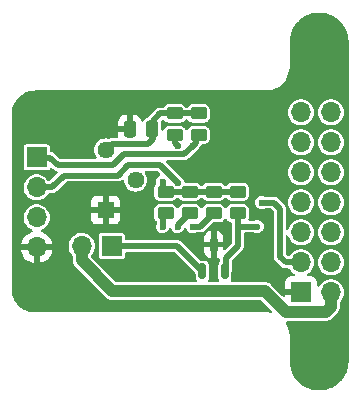
<source format=gbr>
%TF.GenerationSoftware,KiCad,Pcbnew,7.0.9*%
%TF.CreationDate,2024-02-11T18:26:08+01:00*%
%TF.ProjectId,8x2 backpack,38783220-6261-4636-9b70-61636b2e6b69,rev?*%
%TF.SameCoordinates,Original*%
%TF.FileFunction,Copper,L2,Bot*%
%TF.FilePolarity,Positive*%
%FSLAX46Y46*%
G04 Gerber Fmt 4.6, Leading zero omitted, Abs format (unit mm)*
G04 Created by KiCad (PCBNEW 7.0.9) date 2024-02-11 18:26:08*
%MOMM*%
%LPD*%
G01*
G04 APERTURE LIST*
G04 Aperture macros list*
%AMRoundRect*
0 Rectangle with rounded corners*
0 $1 Rounding radius*
0 $2 $3 $4 $5 $6 $7 $8 $9 X,Y pos of 4 corners*
0 Add a 4 corners polygon primitive as box body*
4,1,4,$2,$3,$4,$5,$6,$7,$8,$9,$2,$3,0*
0 Add four circle primitives for the rounded corners*
1,1,$1+$1,$2,$3*
1,1,$1+$1,$4,$5*
1,1,$1+$1,$6,$7*
1,1,$1+$1,$8,$9*
0 Add four rect primitives between the rounded corners*
20,1,$1+$1,$2,$3,$4,$5,0*
20,1,$1+$1,$4,$5,$6,$7,0*
20,1,$1+$1,$6,$7,$8,$9,0*
20,1,$1+$1,$8,$9,$2,$3,0*%
G04 Aperture macros list end*
%TA.AperFunction,SMDPad,CuDef*%
%ADD10RoundRect,0.250000X0.450000X-0.262500X0.450000X0.262500X-0.450000X0.262500X-0.450000X-0.262500X0*%
%TD*%
%TA.AperFunction,ComponentPad*%
%ADD11O,4.500000X4.500000*%
%TD*%
%TA.AperFunction,ComponentPad*%
%ADD12R,1.700000X1.700000*%
%TD*%
%TA.AperFunction,ComponentPad*%
%ADD13O,1.700000X1.700000*%
%TD*%
%TA.AperFunction,ComponentPad*%
%ADD14R,1.440000X1.440000*%
%TD*%
%TA.AperFunction,ComponentPad*%
%ADD15C,1.440000*%
%TD*%
%TA.AperFunction,SMDPad,CuDef*%
%ADD16RoundRect,0.250000X-0.450000X0.262500X-0.450000X-0.262500X0.450000X-0.262500X0.450000X0.262500X0*%
%TD*%
%TA.AperFunction,SMDPad,CuDef*%
%ADD17RoundRect,0.250000X-0.250000X-0.475000X0.250000X-0.475000X0.250000X0.475000X-0.250000X0.475000X0*%
%TD*%
%TA.AperFunction,SMDPad,CuDef*%
%ADD18RoundRect,0.150000X0.150000X-0.512500X0.150000X0.512500X-0.150000X0.512500X-0.150000X-0.512500X0*%
%TD*%
%TA.AperFunction,ViaPad*%
%ADD19C,0.600000*%
%TD*%
%TA.AperFunction,Conductor*%
%ADD20C,0.500000*%
%TD*%
%TA.AperFunction,Conductor*%
%ADD21C,1.000000*%
%TD*%
G04 APERTURE END LIST*
D10*
%TO.P,R2,1*%
%TO.N,Net-(U1-A0)*%
X48006000Y-44981500D03*
%TO.P,R2,2*%
%TO.N,+5V*%
X48006000Y-43156500D03*
%TD*%
D11*
%TO.P,,2,Pin_2*%
%TO.N,GND*%
X60960000Y-57440000D03*
%TD*%
D12*
%TO.P,J3,1,Pin_1*%
%TO.N,Net-(J3-Pin_1)*%
X43434000Y-47752000D03*
D13*
%TO.P,J3,2,Pin_2*%
%TO.N,+5V*%
X40894000Y-47752000D03*
%TD*%
D14*
%TO.P,RV1,1,1*%
%TO.N,GND*%
X42926000Y-44704000D03*
D15*
%TO.P,RV1,2,2*%
%TO.N,LCD_3(VO)*%
X45466000Y-42164000D03*
%TO.P,RV1,3,3*%
%TO.N,+5V*%
X42926000Y-39624000D03*
%TD*%
D12*
%TO.P,J2,1,Pin_1*%
%TO.N,SCL*%
X37084000Y-40250000D03*
D13*
%TO.P,J2,2,Pin_2*%
%TO.N,SDA*%
X37084000Y-42790000D03*
%TO.P,J2,3,Pin_3*%
%TO.N,+5V*%
X37084000Y-45330000D03*
%TO.P,J2,4,Pin_4*%
%TO.N,GND*%
X37084000Y-47870000D03*
%TD*%
D11*
%TO.P,,2,Pin_2*%
%TO.N,GND*%
X61000000Y-30480000D03*
%TD*%
D16*
%TO.P,R1,2*%
%TO.N,Net-(Q1-B)*%
X54102000Y-44981500D03*
%TO.P,R1,1*%
%TO.N,+5V*%
X54102000Y-43156500D03*
%TD*%
D17*
%TO.P,C1,1*%
%TO.N,GND*%
X44958000Y-37846000D03*
%TO.P,C1,2*%
%TO.N,+5V*%
X46858000Y-37846000D03*
%TD*%
D10*
%TO.P,R9,2*%
%TO.N,+5V*%
X50800000Y-36529000D03*
%TO.P,R9,1*%
%TO.N,SCL*%
X50800000Y-38354000D03*
%TD*%
%TO.P,R8,2*%
%TO.N,+5V*%
X48768000Y-36529000D03*
%TO.P,R8,1*%
%TO.N,SDA*%
X48768000Y-38354000D03*
%TD*%
D18*
%TO.P,Q1,1,C*%
%TO.N,Net-(J3-Pin_1)*%
X51120000Y-49900000D03*
%TO.P,Q1,2,B*%
%TO.N,Net-(Q1-B)*%
X53020000Y-49900000D03*
%TO.P,Q1,3,E*%
%TO.N,GND*%
X52070000Y-47625000D03*
%TD*%
D10*
%TO.P,R3,1*%
%TO.N,Net-(U1-A1)*%
X50038000Y-44981500D03*
%TO.P,R3,2*%
%TO.N,+5V*%
X50038000Y-43156500D03*
%TD*%
D12*
%TO.P,J1,1,Pin_1*%
%TO.N,GND*%
X59460000Y-51680000D03*
D13*
%TO.P,J1,2,Pin_2*%
%TO.N,+5V*%
X62000000Y-51680000D03*
%TO.P,J1,3,Pin_3*%
%TO.N,LCD_3(VO)*%
X59460000Y-49140000D03*
%TO.P,J1,4,Pin_4*%
%TO.N,LCD_4(RS)*%
X62000000Y-49140000D03*
%TO.P,J1,5,Pin_5*%
%TO.N,LCD_5(RW)*%
X59460000Y-46600000D03*
%TO.P,J1,6,Pin_6*%
%TO.N,LCD_6(CS)*%
X62000000Y-46600000D03*
%TO.P,J1,7,Pin_7*%
%TO.N,unconnected-(J1-Pin_7-Pad7)*%
X59460000Y-44060000D03*
%TO.P,J1,8,Pin_8*%
%TO.N,unconnected-(J1-Pin_8-Pad8)*%
X62000000Y-44060000D03*
%TO.P,J1,9,Pin_9*%
%TO.N,unconnected-(J1-Pin_9-Pad9)*%
X59460000Y-41520000D03*
%TO.P,J1,10,Pin_10*%
%TO.N,unconnected-(J1-Pin_10-Pad10)*%
X62000000Y-41520000D03*
%TO.P,J1,11,Pin_11*%
%TO.N,LCD_11(DB4)*%
X59460000Y-38980000D03*
%TO.P,J1,12,Pin_12*%
%TO.N,LCD_12(DB5)*%
X62000000Y-38980000D03*
%TO.P,J1,13,Pin_13*%
%TO.N,LCD_13(DB6)*%
X59460000Y-36440000D03*
%TO.P,J1,14,Pin_14*%
%TO.N,LCD_14(D7)*%
X62000000Y-36440000D03*
%TD*%
D10*
%TO.P,R4,2*%
%TO.N,+5V*%
X52070000Y-43156500D03*
%TO.P,R4,1*%
%TO.N,Net-(U1-A2)*%
X52070000Y-44981500D03*
%TD*%
D19*
%TO.N,GND*%
X62992000Y-54356000D03*
X45212000Y-44958000D03*
X45395387Y-49256737D03*
X59436000Y-33782000D03*
X41402000Y-36576000D03*
X41148000Y-52578000D03*
X56388000Y-42672000D03*
X56642000Y-46101000D03*
X54102000Y-35560000D03*
%TO.N,+5V*%
X47752000Y-42291000D03*
%TO.N,LCD_3(VO)*%
X56134000Y-44069000D03*
%TO.N,SCL*%
X50292000Y-39243000D03*
%TO.N,SDA*%
X49022000Y-42396462D03*
X49022000Y-39243000D03*
%TO.N,Net-(Q1-B)*%
X55753000Y-46101000D03*
%TO.N,Net-(U1-A0)*%
X47752000Y-46101000D03*
%TO.N,Net-(U1-A1)*%
X49022000Y-46101000D03*
%TO.N,Net-(U1-A2)*%
X50292000Y-46101000D03*
%TD*%
D20*
%TO.N,Net-(Q1-B)*%
X54102000Y-46101000D02*
X55753000Y-46101000D01*
%TO.N,SDA*%
X47519538Y-40894000D02*
X44831000Y-40894000D01*
X49022000Y-42396462D02*
X47519538Y-40894000D01*
X44831000Y-40894000D02*
X43942000Y-41783000D01*
X43942000Y-41783000D02*
X39370000Y-41783000D01*
X39370000Y-41783000D02*
X38363000Y-42790000D01*
X38363000Y-42790000D02*
X37084000Y-42790000D01*
%TO.N,+5V*%
X47752000Y-42902500D02*
X48006000Y-43156500D01*
X47752000Y-42291000D02*
X47752000Y-42902500D01*
%TO.N,Net-(Q1-B)*%
X53020000Y-49900000D02*
X53086000Y-49834000D01*
X53086000Y-49834000D02*
X53086000Y-48768000D01*
X53086000Y-48768000D02*
X54102000Y-47752000D01*
X54102000Y-47752000D02*
X54102000Y-46101000D01*
%TO.N,Net-(J3-Pin_1)*%
X43434000Y-47752000D02*
X48972000Y-47752000D01*
X48972000Y-47752000D02*
X51120000Y-49900000D01*
D21*
%TO.N,+5V*%
X58166000Y-53340000D02*
X61542081Y-53340000D01*
D20*
X52070000Y-43156500D02*
X54102000Y-43156500D01*
D21*
X43501919Y-51562000D02*
X56388000Y-51562000D01*
D20*
X47545000Y-36529000D02*
X50800000Y-36529000D01*
D21*
X61542081Y-53340000D02*
X62000000Y-52882081D01*
D20*
X42926000Y-39624000D02*
X43434000Y-39116000D01*
X46943000Y-38655000D02*
X46943000Y-37131000D01*
D21*
X62000000Y-52882081D02*
X62000000Y-51680000D01*
D20*
X48006000Y-43156500D02*
X52070000Y-43156500D01*
X46943000Y-37131000D02*
X47545000Y-36529000D01*
X43434000Y-39116000D02*
X46482000Y-39116000D01*
D21*
X40894000Y-47752000D02*
X40894000Y-48954081D01*
D20*
X46482000Y-39116000D02*
X46943000Y-38655000D01*
D21*
X40894000Y-48954081D02*
X43501919Y-51562000D01*
X56388000Y-51562000D02*
X58166000Y-53340000D01*
D20*
%TO.N,LCD_3(VO)*%
X56134000Y-44069000D02*
X57150000Y-44069000D01*
X58157000Y-49140000D02*
X59460000Y-49140000D01*
X57658000Y-48641000D02*
X58157000Y-49140000D01*
X57658000Y-44577000D02*
X57658000Y-48641000D01*
X57150000Y-44069000D02*
X57658000Y-44577000D01*
%TO.N,SCL*%
X50546000Y-38100000D02*
X50546000Y-38989000D01*
X38862000Y-40894000D02*
X43561000Y-40894000D01*
X43561000Y-40894000D02*
X44462000Y-39993000D01*
X49542000Y-39993000D02*
X50292000Y-39243000D01*
X37093000Y-40259000D02*
X38227000Y-40259000D01*
X50546000Y-38989000D02*
X50292000Y-39243000D01*
X37084000Y-40250000D02*
X37093000Y-40259000D01*
X38227000Y-40259000D02*
X38862000Y-40894000D01*
X44462000Y-39993000D02*
X49542000Y-39993000D01*
%TO.N,SDA*%
X48768000Y-38989000D02*
X49022000Y-39243000D01*
X48768000Y-38100000D02*
X48768000Y-38989000D01*
%TO.N,Net-(Q1-B)*%
X54102000Y-44981500D02*
X54102000Y-46101000D01*
%TO.N,Net-(U1-A0)*%
X47752000Y-45235500D02*
X48006000Y-44981500D01*
X47752000Y-46101000D02*
X47752000Y-45235500D01*
%TO.N,Net-(U1-A1)*%
X49022000Y-46101000D02*
X49022000Y-45997500D01*
X49022000Y-45997500D02*
X50038000Y-44981500D01*
%TO.N,Net-(U1-A2)*%
X50950500Y-46101000D02*
X52070000Y-44981500D01*
X50292000Y-46101000D02*
X50950500Y-46101000D01*
%TD*%
%TA.AperFunction,Conductor*%
%TO.N,GND*%
G36*
X61098959Y-27986485D02*
G01*
X61306399Y-28000082D01*
X61313502Y-28000963D01*
X61449227Y-28025836D01*
X61615664Y-28058942D01*
X61621961Y-28060544D01*
X61752376Y-28101183D01*
X61761157Y-28103920D01*
X61780920Y-28110628D01*
X61915039Y-28156155D01*
X61920539Y-28158321D01*
X62056505Y-28219514D01*
X62199853Y-28290206D01*
X62204493Y-28292747D01*
X62332387Y-28370062D01*
X62334758Y-28371570D01*
X62465590Y-28458990D01*
X62469382Y-28461736D01*
X62587552Y-28554316D01*
X62590196Y-28556508D01*
X62708075Y-28659885D01*
X62711037Y-28662659D01*
X62817339Y-28768961D01*
X62820113Y-28771923D01*
X62923490Y-28889802D01*
X62925682Y-28892446D01*
X63018262Y-29010616D01*
X63021008Y-29014408D01*
X63108428Y-29145240D01*
X63109936Y-29147611D01*
X63187251Y-29275505D01*
X63189799Y-29280160D01*
X63260491Y-29423507D01*
X63321675Y-29559454D01*
X63323848Y-29564973D01*
X63376079Y-29718842D01*
X63419446Y-29858008D01*
X63421063Y-29864362D01*
X63454167Y-30030791D01*
X63479033Y-30166486D01*
X63479917Y-30173612D01*
X63493517Y-30381100D01*
X63499387Y-30478134D01*
X63499500Y-30481879D01*
X63499500Y-57478120D01*
X63499387Y-57481865D01*
X63493517Y-57578899D01*
X63479917Y-57786386D01*
X63479033Y-57793512D01*
X63454167Y-57929208D01*
X63421063Y-58095636D01*
X63419446Y-58101990D01*
X63376079Y-58241157D01*
X63323848Y-58395025D01*
X63321675Y-58400544D01*
X63260491Y-58536492D01*
X63189799Y-58679838D01*
X63187251Y-58684493D01*
X63109936Y-58812387D01*
X63108428Y-58814758D01*
X63021008Y-58945590D01*
X63018262Y-58949382D01*
X62925682Y-59067552D01*
X62923490Y-59070196D01*
X62820113Y-59188075D01*
X62817339Y-59191037D01*
X62711037Y-59297339D01*
X62708075Y-59300113D01*
X62590196Y-59403490D01*
X62587552Y-59405682D01*
X62469382Y-59498262D01*
X62465590Y-59501008D01*
X62334758Y-59588428D01*
X62332387Y-59589936D01*
X62204493Y-59667251D01*
X62199838Y-59669799D01*
X62056492Y-59740491D01*
X61920544Y-59801675D01*
X61915025Y-59803848D01*
X61761157Y-59856079D01*
X61621990Y-59899446D01*
X61615636Y-59901063D01*
X61449208Y-59934167D01*
X61313512Y-59959033D01*
X61306386Y-59959917D01*
X61098899Y-59973517D01*
X61003746Y-59979273D01*
X60996252Y-59979273D01*
X60901100Y-59973517D01*
X60693612Y-59959917D01*
X60686486Y-59959033D01*
X60550791Y-59934167D01*
X60485021Y-59921084D01*
X60384357Y-59901061D01*
X60378012Y-59899447D01*
X60344988Y-59889156D01*
X60238842Y-59856079D01*
X60084973Y-59803848D01*
X60079454Y-59801675D01*
X59943507Y-59740491D01*
X59800160Y-59669799D01*
X59795505Y-59667251D01*
X59667611Y-59589936D01*
X59665240Y-59588428D01*
X59534408Y-59501008D01*
X59530616Y-59498262D01*
X59412446Y-59405682D01*
X59409802Y-59403490D01*
X59291923Y-59300113D01*
X59288961Y-59297339D01*
X59182659Y-59191037D01*
X59179885Y-59188075D01*
X59076508Y-59070196D01*
X59074316Y-59067552D01*
X58981736Y-58949382D01*
X58978990Y-58945590D01*
X58891570Y-58814758D01*
X58890062Y-58812387D01*
X58812747Y-58684493D01*
X58810206Y-58679853D01*
X58739508Y-58536492D01*
X58678321Y-58400539D01*
X58676155Y-58395039D01*
X58623920Y-58241157D01*
X58616512Y-58217385D01*
X58580544Y-58101961D01*
X58578942Y-58095664D01*
X58545836Y-57929227D01*
X58520963Y-57793502D01*
X58520082Y-57786399D01*
X58506479Y-57578851D01*
X58500613Y-57481866D01*
X58500557Y-57480004D01*
X59294732Y-57480004D01*
X59313777Y-57734154D01*
X59370103Y-57980936D01*
X59370492Y-57982637D01*
X59429997Y-58134253D01*
X59463608Y-58219890D01*
X59490536Y-58266531D01*
X59591041Y-58440612D01*
X59749950Y-58639877D01*
X59936783Y-58813232D01*
X60147366Y-58956805D01*
X60147371Y-58956807D01*
X60147372Y-58956808D01*
X60147373Y-58956809D01*
X60306706Y-59033539D01*
X60376996Y-59067389D01*
X60418417Y-59080165D01*
X60421075Y-59081052D01*
X60424517Y-59082288D01*
X60424526Y-59082292D01*
X60431707Y-59084265D01*
X60620542Y-59142513D01*
X60620547Y-59142513D01*
X60620548Y-59142514D01*
X60668109Y-59149683D01*
X60675301Y-59151207D01*
X60675573Y-59151281D01*
X60675859Y-59151360D01*
X60675864Y-59151360D01*
X60675866Y-59151361D01*
X60678836Y-59151703D01*
X60690287Y-59153025D01*
X60872565Y-59180500D01*
X60872571Y-59180500D01*
X60924704Y-59180500D01*
X60931819Y-59180909D01*
X60934789Y-59181252D01*
X60934789Y-59181251D01*
X60934790Y-59181252D01*
X60954410Y-59180500D01*
X61127431Y-59180500D01*
X61127435Y-59180500D01*
X61183035Y-59172119D01*
X61189885Y-59171474D01*
X61195249Y-59171269D01*
X61218152Y-59166826D01*
X61379458Y-59142513D01*
X61437169Y-59124711D01*
X61443563Y-59123110D01*
X61451131Y-59121643D01*
X61451138Y-59121640D01*
X61451140Y-59121640D01*
X61455392Y-59120112D01*
X61474264Y-59113334D01*
X61476855Y-59112469D01*
X61623004Y-59067389D01*
X61681179Y-59039373D01*
X61687082Y-59036899D01*
X61696440Y-59033539D01*
X61719499Y-59020999D01*
X61722117Y-59019658D01*
X61852634Y-58956805D01*
X61909499Y-58918034D01*
X61914783Y-58914807D01*
X61925425Y-58909021D01*
X61947100Y-58892498D01*
X61949633Y-58890671D01*
X62063217Y-58813232D01*
X62116870Y-58763449D01*
X62121418Y-58759621D01*
X62132718Y-58751008D01*
X62151896Y-58731080D01*
X62154304Y-58728715D01*
X62250050Y-58639877D01*
X62298445Y-58579191D01*
X62302229Y-58574874D01*
X62313461Y-58563204D01*
X62329335Y-58540634D01*
X62331555Y-58537672D01*
X62408959Y-58440612D01*
X62410836Y-58437362D01*
X62435278Y-58395025D01*
X62450035Y-58369464D01*
X62453006Y-58364813D01*
X62463419Y-58350010D01*
X62475512Y-58325584D01*
X62477336Y-58322177D01*
X62536393Y-58219888D01*
X62568103Y-58139092D01*
X62570246Y-58134253D01*
X62579074Y-58116424D01*
X62587088Y-58091100D01*
X62588458Y-58087227D01*
X62629508Y-57982637D01*
X62649887Y-57893346D01*
X62651208Y-57888488D01*
X62657718Y-57867921D01*
X62661628Y-57842604D01*
X62662445Y-57838328D01*
X62686222Y-57734157D01*
X62693436Y-57637889D01*
X62693977Y-57633170D01*
X62697506Y-57610325D01*
X62698161Y-57576090D01*
X62698318Y-57572734D01*
X62705268Y-57480000D01*
X62698318Y-57387269D01*
X62698161Y-57383906D01*
X62697506Y-57349675D01*
X62693978Y-57326838D01*
X62693435Y-57322102D01*
X62686222Y-57225843D01*
X62662445Y-57121671D01*
X62661628Y-57117395D01*
X62657718Y-57092079D01*
X62651204Y-57071497D01*
X62649889Y-57066661D01*
X62629508Y-56977363D01*
X62588460Y-56872776D01*
X62587087Y-56868896D01*
X62579074Y-56843576D01*
X62570235Y-56825725D01*
X62568107Y-56820918D01*
X62536393Y-56740112D01*
X62477353Y-56637851D01*
X62475498Y-56634386D01*
X62463419Y-56609990D01*
X62453001Y-56595179D01*
X62450036Y-56590536D01*
X62408959Y-56519388D01*
X62331560Y-56422333D01*
X62329335Y-56419365D01*
X62313461Y-56396796D01*
X62302239Y-56385135D01*
X62298438Y-56380799D01*
X62250051Y-56320124D01*
X62154359Y-56231334D01*
X62151857Y-56228878D01*
X62132720Y-56208994D01*
X62132717Y-56208991D01*
X62121441Y-56200396D01*
X62116853Y-56196535D01*
X62063217Y-56146767D01*
X61949681Y-56069360D01*
X61947021Y-56067441D01*
X61925425Y-56050979D01*
X61925421Y-56050976D01*
X61925420Y-56050976D01*
X61914795Y-56045198D01*
X61909487Y-56041956D01*
X61852634Y-56003195D01*
X61852631Y-56003193D01*
X61722172Y-55940368D01*
X61719454Y-55938975D01*
X61696435Y-55926458D01*
X61687094Y-55923103D01*
X61681152Y-55920613D01*
X61623006Y-55892612D01*
X61623004Y-55892611D01*
X61581595Y-55879838D01*
X61476894Y-55847541D01*
X61474212Y-55846646D01*
X61451131Y-55838357D01*
X61443594Y-55836895D01*
X61437123Y-55835274D01*
X61379462Y-55817488D01*
X61379460Y-55817487D01*
X61379458Y-55817487D01*
X61268893Y-55800821D01*
X61218169Y-55793176D01*
X61209110Y-55791419D01*
X61195249Y-55788731D01*
X61195247Y-55788730D01*
X61195242Y-55788730D01*
X61189881Y-55788524D01*
X61183015Y-55787877D01*
X61127442Y-55779500D01*
X61127435Y-55779500D01*
X60954410Y-55779500D01*
X60934789Y-55778747D01*
X60931819Y-55779091D01*
X60924704Y-55779500D01*
X60872559Y-55779500D01*
X60690289Y-55806974D01*
X60675857Y-55808640D01*
X60675837Y-55808644D01*
X60675274Y-55808799D01*
X60668115Y-55810315D01*
X60620541Y-55817486D01*
X60431718Y-55875731D01*
X60424520Y-55877709D01*
X60421060Y-55878951D01*
X60418400Y-55879838D01*
X60376997Y-55892610D01*
X60147370Y-56003192D01*
X59936782Y-56146768D01*
X59749952Y-56320121D01*
X59749950Y-56320123D01*
X59591041Y-56519388D01*
X59463608Y-56740109D01*
X59370492Y-56977362D01*
X59370490Y-56977369D01*
X59313777Y-57225845D01*
X59294732Y-57479995D01*
X59294732Y-57480004D01*
X58500557Y-57480004D01*
X58500500Y-57478122D01*
X58500500Y-55244886D01*
X58500499Y-55244872D01*
X58483402Y-55115013D01*
X58466270Y-54984884D01*
X58398398Y-54731581D01*
X58348379Y-54610824D01*
X58298046Y-54489309D01*
X58298037Y-54489292D01*
X58177492Y-54280499D01*
X58161019Y-54212599D01*
X58183872Y-54146572D01*
X58238793Y-54103382D01*
X58284879Y-54094500D01*
X61478081Y-54094500D01*
X61496050Y-54095809D01*
X61501431Y-54096596D01*
X61519987Y-54099315D01*
X61572329Y-54094735D01*
X61577730Y-54094500D01*
X61586015Y-54094500D01*
X61586022Y-54094500D01*
X61618755Y-54090674D01*
X61695693Y-54083943D01*
X61695696Y-54083941D01*
X61702774Y-54082481D01*
X61702785Y-54082535D01*
X61710244Y-54080881D01*
X61710232Y-54080827D01*
X61717259Y-54079160D01*
X61717265Y-54079160D01*
X61771681Y-54059354D01*
X61789821Y-54052752D01*
X61863115Y-54028465D01*
X61869662Y-54025412D01*
X61869685Y-54025462D01*
X61876579Y-54022125D01*
X61876554Y-54022075D01*
X61882997Y-54018838D01*
X61883005Y-54018836D01*
X61932110Y-53986539D01*
X61947524Y-53976401D01*
X61977132Y-53958138D01*
X62013235Y-53935870D01*
X62013240Y-53935864D01*
X62018904Y-53931387D01*
X62018938Y-53931430D01*
X62024863Y-53926604D01*
X62024828Y-53926562D01*
X62030364Y-53921916D01*
X62030363Y-53921916D01*
X62030366Y-53921915D01*
X62083352Y-53865752D01*
X62488264Y-53460839D01*
X62501883Y-53449069D01*
X62521294Y-53434620D01*
X62555075Y-53394360D01*
X62558709Y-53390394D01*
X62564583Y-53384522D01*
X62585027Y-53358665D01*
X62634667Y-53299508D01*
X62634669Y-53299503D01*
X62638637Y-53293471D01*
X62638683Y-53293501D01*
X62642795Y-53287046D01*
X62642748Y-53287017D01*
X62646532Y-53280880D01*
X62646539Y-53280872D01*
X62679172Y-53210889D01*
X62713824Y-53141892D01*
X62713826Y-53141880D01*
X62716293Y-53135105D01*
X62716346Y-53135124D01*
X62718858Y-53127896D01*
X62718807Y-53127879D01*
X62721079Y-53121020D01*
X62736692Y-53045403D01*
X62754500Y-52970268D01*
X62755339Y-52963096D01*
X62755391Y-52963102D01*
X62756169Y-52955487D01*
X62756116Y-52955483D01*
X62756745Y-52948292D01*
X62754853Y-52883282D01*
X62754500Y-52871133D01*
X62754500Y-52541502D01*
X62774185Y-52474463D01*
X62794960Y-52449866D01*
X62819732Y-52427285D01*
X62943088Y-52263935D01*
X63034328Y-52080701D01*
X63090345Y-51883821D01*
X63109232Y-51680000D01*
X63090345Y-51476179D01*
X63034328Y-51279299D01*
X62943088Y-51096065D01*
X62819732Y-50932715D01*
X62819730Y-50932712D01*
X62668462Y-50794814D01*
X62668460Y-50794812D01*
X62494430Y-50687057D01*
X62494424Y-50687054D01*
X62343993Y-50628777D01*
X62303556Y-50613112D01*
X62102347Y-50575500D01*
X61897653Y-50575500D01*
X61696444Y-50613112D01*
X61696441Y-50613112D01*
X61696441Y-50613113D01*
X61505575Y-50687054D01*
X61505569Y-50687057D01*
X61331539Y-50794812D01*
X61331537Y-50794814D01*
X61180269Y-50932712D01*
X61056913Y-51096062D01*
X61045000Y-51119988D01*
X60997496Y-51171224D01*
X60929833Y-51188645D01*
X60863493Y-51166719D01*
X60819538Y-51112407D01*
X60810000Y-51064715D01*
X60810000Y-50782172D01*
X60809999Y-50782155D01*
X60803598Y-50722627D01*
X60803596Y-50722620D01*
X60753354Y-50587913D01*
X60753350Y-50587906D01*
X60667190Y-50472812D01*
X60667187Y-50472809D01*
X60552093Y-50386649D01*
X60552086Y-50386645D01*
X60417379Y-50336403D01*
X60417372Y-50336401D01*
X60357844Y-50330000D01*
X60071985Y-50330000D01*
X60004946Y-50310315D01*
X59959191Y-50257511D01*
X59949247Y-50188353D01*
X59978272Y-50124797D01*
X60006708Y-50100573D01*
X60128460Y-50025187D01*
X60128459Y-50025187D01*
X60128462Y-50025186D01*
X60279732Y-49887285D01*
X60403088Y-49723935D01*
X60494328Y-49540701D01*
X60550345Y-49343821D01*
X60569232Y-49140000D01*
X60890768Y-49140000D01*
X60909654Y-49343816D01*
X60909654Y-49343818D01*
X60909655Y-49343821D01*
X60965672Y-49540701D01*
X60965673Y-49540704D01*
X61056912Y-49723935D01*
X61180269Y-49887287D01*
X61331537Y-50025185D01*
X61331539Y-50025187D01*
X61505569Y-50132942D01*
X61505575Y-50132945D01*
X61546010Y-50148609D01*
X61696444Y-50206888D01*
X61897653Y-50244500D01*
X61897656Y-50244500D01*
X62102344Y-50244500D01*
X62102347Y-50244500D01*
X62303556Y-50206888D01*
X62494427Y-50132944D01*
X62668462Y-50025186D01*
X62819732Y-49887285D01*
X62943088Y-49723935D01*
X63034328Y-49540701D01*
X63090345Y-49343821D01*
X63109232Y-49140000D01*
X63090345Y-48936179D01*
X63034328Y-48739299D01*
X62943088Y-48556065D01*
X62843360Y-48424004D01*
X62819730Y-48392712D01*
X62668462Y-48254814D01*
X62668460Y-48254812D01*
X62494430Y-48147057D01*
X62494424Y-48147054D01*
X62320933Y-48079844D01*
X62303556Y-48073112D01*
X62102347Y-48035500D01*
X61897653Y-48035500D01*
X61696444Y-48073112D01*
X61696441Y-48073112D01*
X61696441Y-48073113D01*
X61505575Y-48147054D01*
X61505569Y-48147057D01*
X61331539Y-48254812D01*
X61331537Y-48254814D01*
X61180269Y-48392712D01*
X61056912Y-48556064D01*
X60965673Y-48739295D01*
X60957937Y-48766485D01*
X60915237Y-48916562D01*
X60909654Y-48936183D01*
X60890768Y-49139999D01*
X60890768Y-49140000D01*
X60569232Y-49140000D01*
X60550345Y-48936179D01*
X60494328Y-48739299D01*
X60403088Y-48556065D01*
X60303360Y-48424004D01*
X60279730Y-48392712D01*
X60128462Y-48254814D01*
X60128460Y-48254812D01*
X59954430Y-48147057D01*
X59954424Y-48147054D01*
X59780933Y-48079844D01*
X59763556Y-48073112D01*
X59562347Y-48035500D01*
X59357653Y-48035500D01*
X59156444Y-48073112D01*
X59156441Y-48073112D01*
X59156441Y-48073113D01*
X58965575Y-48147054D01*
X58965569Y-48147057D01*
X58791539Y-48254812D01*
X58791537Y-48254814D01*
X58640269Y-48392712D01*
X58516909Y-48556068D01*
X58513895Y-48560937D01*
X58512814Y-48560267D01*
X58469636Y-48606831D01*
X58401971Y-48624246D01*
X58335633Y-48602313D01*
X58318468Y-48587997D01*
X58198819Y-48468348D01*
X58165334Y-48407025D01*
X58162500Y-48380667D01*
X58162500Y-46964674D01*
X58182185Y-46897635D01*
X58234989Y-46851880D01*
X58304147Y-46841936D01*
X58367703Y-46870961D01*
X58405477Y-46929739D01*
X58405767Y-46930741D01*
X58425672Y-47000702D01*
X58516912Y-47183935D01*
X58640269Y-47347287D01*
X58791537Y-47485185D01*
X58791539Y-47485187D01*
X58965569Y-47592942D01*
X58965575Y-47592945D01*
X59006010Y-47608609D01*
X59156444Y-47666888D01*
X59357653Y-47704500D01*
X59357656Y-47704500D01*
X59562344Y-47704500D01*
X59562347Y-47704500D01*
X59763556Y-47666888D01*
X59954427Y-47592944D01*
X60128462Y-47485186D01*
X60279732Y-47347285D01*
X60403088Y-47183935D01*
X60494328Y-47000701D01*
X60550345Y-46803821D01*
X60569232Y-46600000D01*
X60890768Y-46600000D01*
X60909654Y-46803816D01*
X60909654Y-46803818D01*
X60909655Y-46803821D01*
X60965165Y-46998920D01*
X60965673Y-47000704D01*
X61056912Y-47183935D01*
X61180269Y-47347287D01*
X61331537Y-47485185D01*
X61331539Y-47485187D01*
X61505569Y-47592942D01*
X61505575Y-47592945D01*
X61546010Y-47608609D01*
X61696444Y-47666888D01*
X61897653Y-47704500D01*
X61897656Y-47704500D01*
X62102344Y-47704500D01*
X62102347Y-47704500D01*
X62303556Y-47666888D01*
X62494427Y-47592944D01*
X62668462Y-47485186D01*
X62819732Y-47347285D01*
X62943088Y-47183935D01*
X63034328Y-47000701D01*
X63090345Y-46803821D01*
X63109232Y-46600000D01*
X63108751Y-46594814D01*
X63099551Y-46495530D01*
X63090345Y-46396179D01*
X63034328Y-46199299D01*
X62943088Y-46016065D01*
X62865963Y-45913935D01*
X62819730Y-45852712D01*
X62668462Y-45714814D01*
X62668460Y-45714812D01*
X62494430Y-45607057D01*
X62494424Y-45607054D01*
X62305373Y-45533816D01*
X62303556Y-45533112D01*
X62102347Y-45495500D01*
X61897653Y-45495500D01*
X61696444Y-45533112D01*
X61696441Y-45533112D01*
X61696441Y-45533113D01*
X61505575Y-45607054D01*
X61505569Y-45607057D01*
X61331539Y-45714812D01*
X61331537Y-45714814D01*
X61180269Y-45852712D01*
X61056912Y-46016064D01*
X60965673Y-46199295D01*
X60952455Y-46245752D01*
X60920544Y-46357910D01*
X60909654Y-46396183D01*
X60890768Y-46599999D01*
X60890768Y-46600000D01*
X60569232Y-46600000D01*
X60568751Y-46594814D01*
X60559551Y-46495530D01*
X60550345Y-46396179D01*
X60494328Y-46199299D01*
X60403088Y-46016065D01*
X60325963Y-45913935D01*
X60279730Y-45852712D01*
X60128462Y-45714814D01*
X60128460Y-45714812D01*
X59954430Y-45607057D01*
X59954424Y-45607054D01*
X59765373Y-45533816D01*
X59763556Y-45533112D01*
X59562347Y-45495500D01*
X59357653Y-45495500D01*
X59156444Y-45533112D01*
X59156441Y-45533112D01*
X59156441Y-45533113D01*
X58965575Y-45607054D01*
X58965569Y-45607057D01*
X58791539Y-45714812D01*
X58791537Y-45714814D01*
X58640269Y-45852712D01*
X58516912Y-46016064D01*
X58425672Y-46199297D01*
X58425669Y-46199303D01*
X58405766Y-46269259D01*
X58368487Y-46328352D01*
X58305178Y-46357910D01*
X58235938Y-46348548D01*
X58182752Y-46303239D01*
X58162504Y-46236367D01*
X58162500Y-46235325D01*
X58162500Y-44644568D01*
X58165334Y-44618210D01*
X58166389Y-44613360D01*
X58166389Y-44613356D01*
X58162658Y-44561192D01*
X58162500Y-44556768D01*
X58162500Y-44540918D01*
X58162499Y-44540913D01*
X58160240Y-44525204D01*
X58159771Y-44520837D01*
X58156040Y-44468657D01*
X58154305Y-44464006D01*
X58147748Y-44438316D01*
X58147042Y-44433404D01*
X58125302Y-44385802D01*
X58123624Y-44381750D01*
X58105342Y-44332732D01*
X58102365Y-44328755D01*
X58088836Y-44305952D01*
X58087945Y-44304000D01*
X58086777Y-44301442D01*
X58052521Y-44261909D01*
X58049750Y-44258470D01*
X58040251Y-44245781D01*
X58040250Y-44245779D01*
X58029033Y-44234562D01*
X58026029Y-44231335D01*
X58010797Y-44213757D01*
X57991775Y-44191804D01*
X57987593Y-44189116D01*
X57966955Y-44172484D01*
X57854471Y-44060000D01*
X58350768Y-44060000D01*
X58369654Y-44263816D01*
X58369654Y-44263818D01*
X58369655Y-44263821D01*
X58425672Y-44460701D01*
X58425673Y-44460704D01*
X58516912Y-44643935D01*
X58640269Y-44807287D01*
X58774106Y-44929295D01*
X58788092Y-44942045D01*
X58791537Y-44945185D01*
X58791539Y-44945187D01*
X58965569Y-45052942D01*
X58965575Y-45052945D01*
X59006010Y-45068609D01*
X59156444Y-45126888D01*
X59357653Y-45164500D01*
X59357656Y-45164500D01*
X59562344Y-45164500D01*
X59562347Y-45164500D01*
X59763556Y-45126888D01*
X59954427Y-45052944D01*
X60128462Y-44945186D01*
X60279732Y-44807285D01*
X60403088Y-44643935D01*
X60494328Y-44460701D01*
X60550345Y-44263821D01*
X60569232Y-44060000D01*
X60890768Y-44060000D01*
X60909654Y-44263816D01*
X60909654Y-44263818D01*
X60909655Y-44263821D01*
X60965672Y-44460701D01*
X60965673Y-44460704D01*
X61056912Y-44643935D01*
X61180269Y-44807287D01*
X61314106Y-44929295D01*
X61328092Y-44942045D01*
X61331537Y-44945185D01*
X61331539Y-44945187D01*
X61505569Y-45052942D01*
X61505575Y-45052945D01*
X61546010Y-45068609D01*
X61696444Y-45126888D01*
X61897653Y-45164500D01*
X61897656Y-45164500D01*
X62102344Y-45164500D01*
X62102347Y-45164500D01*
X62303556Y-45126888D01*
X62494427Y-45052944D01*
X62668462Y-44945186D01*
X62819732Y-44807285D01*
X62943088Y-44643935D01*
X63034328Y-44460701D01*
X63090345Y-44263821D01*
X63109232Y-44060000D01*
X63090345Y-43856179D01*
X63034328Y-43659299D01*
X62943088Y-43476065D01*
X62819732Y-43312715D01*
X62819730Y-43312712D01*
X62668462Y-43174814D01*
X62668460Y-43174812D01*
X62494430Y-43067057D01*
X62494424Y-43067054D01*
X62305373Y-42993816D01*
X62303556Y-42993112D01*
X62102347Y-42955500D01*
X61897653Y-42955500D01*
X61696444Y-42993112D01*
X61696441Y-42993112D01*
X61696441Y-42993113D01*
X61505575Y-43067054D01*
X61505569Y-43067057D01*
X61331539Y-43174812D01*
X61331537Y-43174814D01*
X61180269Y-43312712D01*
X61056912Y-43476064D01*
X60965673Y-43659295D01*
X60909654Y-43856183D01*
X60890768Y-44059999D01*
X60890768Y-44060000D01*
X60569232Y-44060000D01*
X60550345Y-43856179D01*
X60494328Y-43659299D01*
X60403088Y-43476065D01*
X60279732Y-43312715D01*
X60279730Y-43312712D01*
X60128462Y-43174814D01*
X60128460Y-43174812D01*
X59954430Y-43067057D01*
X59954424Y-43067054D01*
X59765373Y-42993816D01*
X59763556Y-42993112D01*
X59562347Y-42955500D01*
X59357653Y-42955500D01*
X59156444Y-42993112D01*
X59156441Y-42993112D01*
X59156441Y-42993113D01*
X58965575Y-43067054D01*
X58965569Y-43067057D01*
X58791539Y-43174812D01*
X58791537Y-43174814D01*
X58640269Y-43312712D01*
X58516912Y-43476064D01*
X58425673Y-43659295D01*
X58369654Y-43856183D01*
X58350768Y-44059999D01*
X58350768Y-44060000D01*
X57854471Y-44060000D01*
X57554515Y-43760044D01*
X57537882Y-43739405D01*
X57535196Y-43735225D01*
X57535195Y-43735224D01*
X57535194Y-43735222D01*
X57535191Y-43735220D01*
X57495664Y-43700970D01*
X57492435Y-43697964D01*
X57481221Y-43686750D01*
X57468525Y-43677245D01*
X57465083Y-43674471D01*
X57425562Y-43640226D01*
X57425560Y-43640224D01*
X57425558Y-43640223D01*
X57421037Y-43638158D01*
X57398244Y-43624634D01*
X57394269Y-43621658D01*
X57394267Y-43621657D01*
X57345246Y-43603372D01*
X57341186Y-43601691D01*
X57325291Y-43594432D01*
X57293598Y-43579958D01*
X57293595Y-43579957D01*
X57288679Y-43579251D01*
X57262995Y-43572695D01*
X57258344Y-43570960D01*
X57206173Y-43567227D01*
X57201779Y-43566755D01*
X57186096Y-43564501D01*
X57186083Y-43564500D01*
X57186082Y-43564500D01*
X57170231Y-43564500D01*
X57165808Y-43564342D01*
X57157083Y-43563718D01*
X57113644Y-43560611D01*
X57113638Y-43560611D01*
X57110303Y-43561336D01*
X57108789Y-43561666D01*
X57082433Y-43564500D01*
X56389674Y-43564500D01*
X56342222Y-43555061D01*
X56278757Y-43528773D01*
X56278752Y-43528771D01*
X56134001Y-43509715D01*
X56133999Y-43509715D01*
X55989247Y-43528771D01*
X55989245Y-43528772D01*
X55854361Y-43584643D01*
X55854358Y-43584644D01*
X55854358Y-43584645D01*
X55738526Y-43673526D01*
X55672139Y-43760044D01*
X55649643Y-43789361D01*
X55593772Y-43924245D01*
X55593771Y-43924247D01*
X55574715Y-44068998D01*
X55574715Y-44069001D01*
X55593771Y-44213752D01*
X55593773Y-44213757D01*
X55649642Y-44348638D01*
X55649645Y-44348644D01*
X55738525Y-44464473D01*
X55738526Y-44464474D01*
X55854355Y-44553354D01*
X55854361Y-44553357D01*
X55873277Y-44561192D01*
X55989246Y-44609228D01*
X56057472Y-44618210D01*
X56133999Y-44628285D01*
X56134000Y-44628285D01*
X56134001Y-44628285D01*
X56210528Y-44618210D01*
X56278754Y-44609228D01*
X56323657Y-44590628D01*
X56342222Y-44582939D01*
X56389674Y-44573500D01*
X56889667Y-44573500D01*
X56956706Y-44593185D01*
X56977348Y-44609819D01*
X57117181Y-44749652D01*
X57150666Y-44810975D01*
X57153500Y-44837333D01*
X57153500Y-48573432D01*
X57150667Y-48599783D01*
X57150148Y-48602170D01*
X57149610Y-48604642D01*
X57153342Y-48656806D01*
X57153500Y-48661230D01*
X57153500Y-48677082D01*
X57153501Y-48677096D01*
X57155755Y-48692779D01*
X57156227Y-48697173D01*
X57159960Y-48749344D01*
X57161695Y-48753995D01*
X57168251Y-48779679D01*
X57168957Y-48784595D01*
X57168958Y-48784598D01*
X57190687Y-48832176D01*
X57192372Y-48836246D01*
X57210657Y-48885267D01*
X57210658Y-48885269D01*
X57213634Y-48889244D01*
X57227158Y-48912037D01*
X57229223Y-48916558D01*
X57229224Y-48916560D01*
X57229226Y-48916562D01*
X57263471Y-48956083D01*
X57266245Y-48959525D01*
X57275750Y-48972221D01*
X57286964Y-48983435D01*
X57289970Y-48986664D01*
X57324220Y-49026191D01*
X57324222Y-49026194D01*
X57324224Y-49026195D01*
X57324225Y-49026196D01*
X57328405Y-49028882D01*
X57349044Y-49045515D01*
X57752484Y-49448955D01*
X57769117Y-49469594D01*
X57771803Y-49473773D01*
X57771803Y-49473774D01*
X57811335Y-49508029D01*
X57814562Y-49511033D01*
X57825779Y-49522250D01*
X57838470Y-49531750D01*
X57841909Y-49534521D01*
X57881442Y-49568777D01*
X57885960Y-49570840D01*
X57908754Y-49584364D01*
X57912733Y-49587343D01*
X57961766Y-49605631D01*
X57965792Y-49607298D01*
X58013404Y-49629042D01*
X58013405Y-49629042D01*
X58013407Y-49629043D01*
X58013406Y-49629043D01*
X58018317Y-49629749D01*
X58044008Y-49636305D01*
X58048658Y-49638040D01*
X58100850Y-49641772D01*
X58105210Y-49642241D01*
X58118880Y-49644207D01*
X58120916Y-49644500D01*
X58120917Y-49644500D01*
X58136759Y-49644500D01*
X58141181Y-49644657D01*
X58193360Y-49648390D01*
X58196799Y-49647641D01*
X58198215Y-49647334D01*
X58224572Y-49644500D01*
X58400581Y-49644500D01*
X58467620Y-49664185D01*
X58511582Y-49713231D01*
X58516911Y-49723934D01*
X58640269Y-49887287D01*
X58791537Y-50025185D01*
X58791539Y-50025187D01*
X58913292Y-50100573D01*
X58959928Y-50152601D01*
X58971032Y-50221582D01*
X58943079Y-50285617D01*
X58884944Y-50324373D01*
X58848015Y-50330000D01*
X58562155Y-50330000D01*
X58502627Y-50336401D01*
X58502620Y-50336403D01*
X58367913Y-50386645D01*
X58367906Y-50386649D01*
X58252812Y-50472809D01*
X58252809Y-50472812D01*
X58166649Y-50587906D01*
X58166645Y-50587913D01*
X58116403Y-50722620D01*
X58116401Y-50722627D01*
X58110000Y-50782155D01*
X58110000Y-51430000D01*
X59026314Y-51430000D01*
X59000507Y-51470156D01*
X58960000Y-51608111D01*
X58960000Y-51751889D01*
X59000507Y-51889844D01*
X59026314Y-51930000D01*
X58110000Y-51930000D01*
X58104850Y-51935149D01*
X58090315Y-51984652D01*
X58037511Y-52030407D01*
X57968353Y-52040351D01*
X57904797Y-52011326D01*
X57898319Y-52005294D01*
X56966766Y-51073742D01*
X56954984Y-51060109D01*
X56951604Y-51055569D01*
X56940539Y-51040706D01*
X56940537Y-51040704D01*
X56940538Y-51040704D01*
X56912932Y-51017541D01*
X56900285Y-51006928D01*
X56896310Y-51003286D01*
X56890441Y-50997417D01*
X56890440Y-50997416D01*
X56890438Y-50997414D01*
X56864584Y-50976972D01*
X56805427Y-50927333D01*
X56799394Y-50923365D01*
X56799422Y-50923321D01*
X56792961Y-50919204D01*
X56792934Y-50919250D01*
X56786790Y-50915460D01*
X56716808Y-50882827D01*
X56647815Y-50848177D01*
X56641031Y-50845708D01*
X56641049Y-50845658D01*
X56633807Y-50843141D01*
X56633791Y-50843191D01*
X56626938Y-50840920D01*
X56551311Y-50825304D01*
X56476181Y-50807498D01*
X56469014Y-50806661D01*
X56469020Y-50806607D01*
X56461405Y-50805829D01*
X56461401Y-50805883D01*
X56454210Y-50805253D01*
X56377018Y-50807500D01*
X53625067Y-50807500D01*
X53558028Y-50787815D01*
X53512273Y-50735011D01*
X53502329Y-50665853D01*
X53514583Y-50627204D01*
X53521763Y-50613113D01*
X53559498Y-50539055D01*
X53559498Y-50539053D01*
X53559499Y-50539052D01*
X53574500Y-50444339D01*
X53574500Y-49990291D01*
X53582321Y-49946949D01*
X53584040Y-49942342D01*
X53587772Y-49890156D01*
X53588239Y-49885804D01*
X53590500Y-49870083D01*
X53590500Y-49854230D01*
X53590658Y-49849806D01*
X53594389Y-49797642D01*
X53594389Y-49797640D01*
X53593332Y-49792783D01*
X53590500Y-49766432D01*
X53590500Y-49028332D01*
X53610185Y-48961293D01*
X53626815Y-48940655D01*
X54410958Y-48156511D01*
X54431604Y-48139875D01*
X54435775Y-48137196D01*
X54470044Y-48097645D01*
X54473028Y-48094441D01*
X54484250Y-48083221D01*
X54493752Y-48070526D01*
X54496529Y-48067081D01*
X54530775Y-48027560D01*
X54530774Y-48027560D01*
X54530777Y-48027558D01*
X54532837Y-48023047D01*
X54546371Y-48000237D01*
X54549342Y-47996268D01*
X54549341Y-47996268D01*
X54549343Y-47996267D01*
X54567628Y-47947239D01*
X54569306Y-47943189D01*
X54591042Y-47895596D01*
X54591747Y-47890691D01*
X54598308Y-47864984D01*
X54600040Y-47860342D01*
X54603772Y-47808156D01*
X54604239Y-47803804D01*
X54606500Y-47788083D01*
X54606500Y-47772230D01*
X54606658Y-47767806D01*
X54610389Y-47715642D01*
X54610389Y-47715640D01*
X54609332Y-47710783D01*
X54606500Y-47684432D01*
X54606500Y-46729500D01*
X54626185Y-46662461D01*
X54678989Y-46616706D01*
X54730500Y-46605500D01*
X55497326Y-46605500D01*
X55544778Y-46614939D01*
X55575058Y-46627481D01*
X55608246Y-46641228D01*
X55655887Y-46647500D01*
X55752999Y-46660285D01*
X55753000Y-46660285D01*
X55753001Y-46660285D01*
X55801251Y-46653932D01*
X55897754Y-46641228D01*
X56032643Y-46585355D01*
X56148474Y-46496474D01*
X56237355Y-46380643D01*
X56293228Y-46245754D01*
X56312285Y-46101000D01*
X56293228Y-45956246D01*
X56237355Y-45821358D01*
X56148474Y-45705526D01*
X56032643Y-45616645D01*
X56032640Y-45616644D01*
X56032638Y-45616642D01*
X55897757Y-45560773D01*
X55897752Y-45560771D01*
X55753001Y-45541715D01*
X55752999Y-45541715D01*
X55608247Y-45560771D01*
X55608245Y-45560772D01*
X55569515Y-45576815D01*
X55544779Y-45587061D01*
X55497327Y-45596500D01*
X55137567Y-45596500D01*
X55070528Y-45576815D01*
X55024773Y-45524011D01*
X55014829Y-45454853D01*
X55021383Y-45429172D01*
X55050040Y-45352342D01*
X55052454Y-45329880D01*
X55056499Y-45292271D01*
X55056499Y-45292264D01*
X55056500Y-45292255D01*
X55056499Y-44670746D01*
X55050040Y-44610658D01*
X55028667Y-44553355D01*
X54999344Y-44474738D01*
X54999342Y-44474734D01*
X54999342Y-44474733D01*
X54932786Y-44385823D01*
X54912404Y-44358595D01*
X54835126Y-44300747D01*
X54796267Y-44271658D01*
X54660342Y-44220960D01*
X54660338Y-44220959D01*
X54600262Y-44214500D01*
X53603748Y-44214500D01*
X53603742Y-44214501D01*
X53543655Y-44220960D01*
X53407738Y-44271655D01*
X53407730Y-44271660D01*
X53291595Y-44358595D01*
X53204660Y-44474730D01*
X53204657Y-44474734D01*
X53202181Y-44481375D01*
X53160309Y-44537307D01*
X53094844Y-44561723D01*
X53026571Y-44546870D01*
X52977167Y-44497464D01*
X52969819Y-44481375D01*
X52967342Y-44474733D01*
X52900786Y-44385823D01*
X52880404Y-44358595D01*
X52803126Y-44300747D01*
X52764267Y-44271658D01*
X52628342Y-44220960D01*
X52628338Y-44220959D01*
X52568262Y-44214500D01*
X51571748Y-44214500D01*
X51571742Y-44214501D01*
X51511655Y-44220960D01*
X51375738Y-44271655D01*
X51375730Y-44271660D01*
X51259595Y-44358595D01*
X51172660Y-44474730D01*
X51172657Y-44474734D01*
X51170181Y-44481375D01*
X51128309Y-44537307D01*
X51062844Y-44561723D01*
X50994571Y-44546870D01*
X50945167Y-44497464D01*
X50937819Y-44481375D01*
X50935342Y-44474733D01*
X50868786Y-44385823D01*
X50848404Y-44358595D01*
X50771126Y-44300747D01*
X50732267Y-44271658D01*
X50596342Y-44220960D01*
X50596338Y-44220959D01*
X50536262Y-44214500D01*
X49539748Y-44214500D01*
X49539742Y-44214501D01*
X49479655Y-44220960D01*
X49343738Y-44271655D01*
X49343730Y-44271660D01*
X49227595Y-44358595D01*
X49140660Y-44474730D01*
X49140657Y-44474734D01*
X49138181Y-44481375D01*
X49096309Y-44537307D01*
X49030844Y-44561723D01*
X48962571Y-44546870D01*
X48913167Y-44497464D01*
X48905819Y-44481375D01*
X48903342Y-44474733D01*
X48836786Y-44385823D01*
X48816404Y-44358595D01*
X48739126Y-44300747D01*
X48700267Y-44271658D01*
X48564342Y-44220960D01*
X48564338Y-44220959D01*
X48504262Y-44214500D01*
X47507748Y-44214500D01*
X47507742Y-44214501D01*
X47447655Y-44220960D01*
X47311738Y-44271655D01*
X47311730Y-44271660D01*
X47195595Y-44358595D01*
X47108660Y-44474730D01*
X47108658Y-44474733D01*
X47057960Y-44610658D01*
X47057959Y-44610662D01*
X47051500Y-44670728D01*
X47051500Y-45292251D01*
X47051501Y-45292257D01*
X47057960Y-45352344D01*
X47108655Y-45488261D01*
X47108656Y-45488264D01*
X47108658Y-45488267D01*
X47133578Y-45521557D01*
X47195594Y-45604403D01*
X47197808Y-45606060D01*
X47199466Y-45608275D01*
X47201867Y-45610676D01*
X47201522Y-45611020D01*
X47239681Y-45661992D01*
X47247500Y-45705329D01*
X47247500Y-45845325D01*
X47238061Y-45892777D01*
X47211773Y-45956242D01*
X47211771Y-45956247D01*
X47192715Y-46100998D01*
X47192715Y-46101001D01*
X47211771Y-46245752D01*
X47211773Y-46245757D01*
X47267642Y-46380638D01*
X47267645Y-46380644D01*
X47356525Y-46496473D01*
X47356526Y-46496474D01*
X47472355Y-46585354D01*
X47472361Y-46585357D01*
X47527833Y-46608334D01*
X47607246Y-46641228D01*
X47654887Y-46647500D01*
X47751999Y-46660285D01*
X47752000Y-46660285D01*
X47752001Y-46660285D01*
X47800251Y-46653932D01*
X47896754Y-46641228D01*
X48031643Y-46585355D01*
X48147474Y-46496474D01*
X48236355Y-46380643D01*
X48272439Y-46293529D01*
X48316279Y-46239125D01*
X48382574Y-46217060D01*
X48450273Y-46234339D01*
X48497884Y-46285476D01*
X48501561Y-46293529D01*
X48537642Y-46380638D01*
X48537645Y-46380644D01*
X48626525Y-46496473D01*
X48626526Y-46496474D01*
X48742355Y-46585354D01*
X48742361Y-46585357D01*
X48797833Y-46608334D01*
X48877246Y-46641228D01*
X48924887Y-46647500D01*
X49021999Y-46660285D01*
X49022000Y-46660285D01*
X49022001Y-46660285D01*
X49070251Y-46653932D01*
X49166754Y-46641228D01*
X49301643Y-46585355D01*
X49417474Y-46496474D01*
X49506355Y-46380643D01*
X49542439Y-46293529D01*
X49586279Y-46239125D01*
X49652574Y-46217060D01*
X49720273Y-46234339D01*
X49767884Y-46285476D01*
X49771561Y-46293529D01*
X49807642Y-46380638D01*
X49807645Y-46380644D01*
X49896525Y-46496473D01*
X49896526Y-46496474D01*
X50012355Y-46585354D01*
X50012361Y-46585357D01*
X50067833Y-46608334D01*
X50147246Y-46641228D01*
X50194887Y-46647500D01*
X50291999Y-46660285D01*
X50292000Y-46660285D01*
X50292001Y-46660285D01*
X50340251Y-46653932D01*
X50436754Y-46641228D01*
X50481657Y-46622628D01*
X50500222Y-46614939D01*
X50547674Y-46605500D01*
X50882933Y-46605500D01*
X50909289Y-46608333D01*
X50914140Y-46609389D01*
X50966308Y-46605657D01*
X50970731Y-46605500D01*
X50986582Y-46605500D01*
X50986583Y-46605500D01*
X51002304Y-46603239D01*
X51006656Y-46602772D01*
X51058842Y-46599040D01*
X51063487Y-46597307D01*
X51089191Y-46590747D01*
X51089508Y-46590701D01*
X51094096Y-46590042D01*
X51141689Y-46568306D01*
X51145739Y-46566628D01*
X51194767Y-46548343D01*
X51198737Y-46545371D01*
X51221547Y-46531837D01*
X51221797Y-46531722D01*
X51226058Y-46529777D01*
X51265593Y-46495518D01*
X51269029Y-46492750D01*
X51279136Y-46485184D01*
X51330540Y-46466013D01*
X51346633Y-46420562D01*
X51359441Y-46405528D01*
X51980152Y-45784818D01*
X52041475Y-45751333D01*
X52067833Y-45748499D01*
X52568251Y-45748499D01*
X52568254Y-45748499D01*
X52628342Y-45742040D01*
X52764267Y-45691342D01*
X52880404Y-45604404D01*
X52967342Y-45488267D01*
X52969817Y-45481631D01*
X53011682Y-45425698D01*
X53077145Y-45401276D01*
X53145419Y-45416124D01*
X53194827Y-45465526D01*
X53202178Y-45481620D01*
X53204655Y-45488260D01*
X53204658Y-45488267D01*
X53231415Y-45524011D01*
X53291595Y-45604404D01*
X53349443Y-45647707D01*
X53407733Y-45691342D01*
X53516836Y-45732036D01*
X53572767Y-45773906D01*
X53597184Y-45839370D01*
X53597500Y-45848216D01*
X53597500Y-47491666D01*
X53577815Y-47558705D01*
X53561181Y-47579347D01*
X53081681Y-48058846D01*
X53020358Y-48092331D01*
X52950666Y-48087347D01*
X52894733Y-48045475D01*
X52870316Y-47980011D01*
X52870000Y-47971165D01*
X52870000Y-47875000D01*
X52320000Y-47875000D01*
X52320000Y-48784795D01*
X52320001Y-48784795D01*
X52322488Y-48784600D01*
X52322494Y-48784599D01*
X52422905Y-48755427D01*
X52492774Y-48755626D01*
X52551444Y-48793568D01*
X52580288Y-48857206D01*
X52581500Y-48874503D01*
X52581500Y-49052588D01*
X52561815Y-49119627D01*
X52545181Y-49140269D01*
X52538678Y-49146771D01*
X52538675Y-49146776D01*
X52480500Y-49260947D01*
X52465500Y-49355660D01*
X52465500Y-50444339D01*
X52480500Y-50539052D01*
X52480501Y-50539054D01*
X52480502Y-50539055D01*
X52518236Y-50613112D01*
X52525417Y-50627204D01*
X52538314Y-50695873D01*
X52512038Y-50760614D01*
X52454932Y-50800871D01*
X52414933Y-50807500D01*
X51725067Y-50807500D01*
X51658028Y-50787815D01*
X51612273Y-50735011D01*
X51602329Y-50665853D01*
X51614583Y-50627204D01*
X51621763Y-50613113D01*
X51659498Y-50539055D01*
X51659498Y-50539053D01*
X51659499Y-50539052D01*
X51674500Y-50444339D01*
X51674500Y-49355660D01*
X51659499Y-49260947D01*
X51659498Y-49260945D01*
X51601326Y-49146777D01*
X51601322Y-49146773D01*
X51601321Y-49146771D01*
X51510728Y-49056178D01*
X51510725Y-49056176D01*
X51510723Y-49056174D01*
X51396555Y-48998002D01*
X51396554Y-48998001D01*
X51396551Y-48998000D01*
X51396552Y-48998000D01*
X51301839Y-48983000D01*
X51301834Y-48983000D01*
X50967833Y-48983000D01*
X50900794Y-48963315D01*
X50880152Y-48946681D01*
X49808471Y-47875000D01*
X51270000Y-47875000D01*
X51270000Y-48203144D01*
X51272899Y-48239989D01*
X51272900Y-48239995D01*
X51318716Y-48397693D01*
X51318717Y-48397696D01*
X51402314Y-48539052D01*
X51402321Y-48539061D01*
X51518438Y-48655178D01*
X51518447Y-48655185D01*
X51659801Y-48738781D01*
X51817514Y-48784600D01*
X51817511Y-48784600D01*
X51819998Y-48784795D01*
X51820000Y-48784795D01*
X51820000Y-47875000D01*
X51270000Y-47875000D01*
X49808471Y-47875000D01*
X49376515Y-47443044D01*
X49359882Y-47422405D01*
X49357196Y-47418225D01*
X49357195Y-47418224D01*
X49357194Y-47418222D01*
X49357191Y-47418220D01*
X49317664Y-47383970D01*
X49314435Y-47380964D01*
X49308471Y-47375000D01*
X51270000Y-47375000D01*
X51820000Y-47375000D01*
X51820000Y-46465203D01*
X52320000Y-46465203D01*
X52320000Y-47375000D01*
X52870000Y-47375000D01*
X52870000Y-47046856D01*
X52867100Y-47010010D01*
X52867099Y-47010004D01*
X52821283Y-46852306D01*
X52821282Y-46852303D01*
X52737685Y-46710947D01*
X52737678Y-46710938D01*
X52621561Y-46594821D01*
X52621552Y-46594814D01*
X52480196Y-46511217D01*
X52480193Y-46511216D01*
X52322494Y-46465400D01*
X52322497Y-46465400D01*
X52320000Y-46465203D01*
X51820000Y-46465203D01*
X51817503Y-46465400D01*
X51659806Y-46511216D01*
X51659803Y-46511217D01*
X51511729Y-46598788D01*
X51510231Y-46596255D01*
X51470165Y-46611967D01*
X51452709Y-46658766D01*
X51441125Y-46672134D01*
X51402322Y-46710937D01*
X51402314Y-46710947D01*
X51318717Y-46852303D01*
X51318716Y-46852306D01*
X51272900Y-47010004D01*
X51272899Y-47010010D01*
X51270000Y-47046856D01*
X51270000Y-47375000D01*
X49308471Y-47375000D01*
X49303221Y-47369750D01*
X49290525Y-47360245D01*
X49287083Y-47357471D01*
X49247562Y-47323226D01*
X49247560Y-47323224D01*
X49247558Y-47323223D01*
X49243037Y-47321158D01*
X49220244Y-47307634D01*
X49216269Y-47304658D01*
X49216267Y-47304657D01*
X49167246Y-47286372D01*
X49163186Y-47284691D01*
X49147291Y-47277432D01*
X49115598Y-47262958D01*
X49115595Y-47262957D01*
X49110679Y-47262251D01*
X49084995Y-47255695D01*
X49080344Y-47253960D01*
X49028173Y-47250227D01*
X49023779Y-47249755D01*
X49008096Y-47247501D01*
X49008083Y-47247500D01*
X49008082Y-47247500D01*
X48992231Y-47247500D01*
X48987808Y-47247342D01*
X48979083Y-47246718D01*
X48935644Y-47243611D01*
X48935638Y-47243611D01*
X48932303Y-47244336D01*
X48930789Y-47244666D01*
X48904433Y-47247500D01*
X44662499Y-47247500D01*
X44595460Y-47227815D01*
X44549705Y-47175011D01*
X44538499Y-47123500D01*
X44538499Y-46876936D01*
X44538499Y-46876934D01*
X44523734Y-46802699D01*
X44494571Y-46759054D01*
X44467484Y-46718515D01*
X44398069Y-46672134D01*
X44383301Y-46662266D01*
X44383299Y-46662265D01*
X44383296Y-46662264D01*
X44309069Y-46647500D01*
X42558936Y-46647500D01*
X42484698Y-46662266D01*
X42400515Y-46718515D01*
X42344266Y-46802699D01*
X42344264Y-46802703D01*
X42329500Y-46876928D01*
X42329500Y-48627063D01*
X42344266Y-48701301D01*
X42400515Y-48785484D01*
X42434234Y-48808014D01*
X42484699Y-48841734D01*
X42484702Y-48841734D01*
X42484703Y-48841735D01*
X42509666Y-48846700D01*
X42558933Y-48856500D01*
X44309066Y-48856499D01*
X44383301Y-48841734D01*
X44467484Y-48785484D01*
X44523734Y-48701301D01*
X44538500Y-48627067D01*
X44538500Y-48380500D01*
X44558185Y-48313461D01*
X44610989Y-48267706D01*
X44662500Y-48256500D01*
X48711667Y-48256500D01*
X48778706Y-48276185D01*
X48799348Y-48292819D01*
X50529181Y-50022652D01*
X50562666Y-50083975D01*
X50565500Y-50110333D01*
X50565500Y-50444339D01*
X50580500Y-50539052D01*
X50580501Y-50539054D01*
X50580502Y-50539055D01*
X50618236Y-50613112D01*
X50625417Y-50627204D01*
X50638314Y-50695873D01*
X50612038Y-50760614D01*
X50554932Y-50800871D01*
X50514933Y-50807500D01*
X43865805Y-50807500D01*
X43798766Y-50787815D01*
X43778124Y-50771181D01*
X41697011Y-48690068D01*
X41663526Y-48628745D01*
X41668510Y-48559053D01*
X41701154Y-48510750D01*
X41713732Y-48499285D01*
X41837088Y-48335935D01*
X41928328Y-48152701D01*
X41984345Y-47955821D01*
X42003232Y-47752000D01*
X41984345Y-47548179D01*
X41928328Y-47351299D01*
X41837088Y-47168065D01*
X41713732Y-47004715D01*
X41713730Y-47004712D01*
X41562462Y-46866814D01*
X41562460Y-46866812D01*
X41388430Y-46759057D01*
X41388424Y-46759054D01*
X41237993Y-46700777D01*
X41197556Y-46685112D01*
X40996347Y-46647500D01*
X40791653Y-46647500D01*
X40590444Y-46685112D01*
X40590441Y-46685112D01*
X40590441Y-46685113D01*
X40399575Y-46759054D01*
X40399569Y-46759057D01*
X40225539Y-46866812D01*
X40225537Y-46866814D01*
X40074269Y-47004712D01*
X39950912Y-47168064D01*
X39859673Y-47351295D01*
X39803654Y-47548183D01*
X39784768Y-47751999D01*
X39784768Y-47752000D01*
X39803654Y-47955816D01*
X39803654Y-47955818D01*
X39803655Y-47955821D01*
X39858065Y-48147054D01*
X39859673Y-48152704D01*
X39903136Y-48239989D01*
X39950912Y-48335935D01*
X40074268Y-48499285D01*
X40099037Y-48521865D01*
X40135319Y-48581575D01*
X40139500Y-48613502D01*
X40139500Y-48890081D01*
X40138191Y-48908050D01*
X40134684Y-48931989D01*
X40139264Y-48984322D01*
X40139500Y-48989729D01*
X40139500Y-48998027D01*
X40143325Y-49030755D01*
X40150056Y-49107691D01*
X40151516Y-49114758D01*
X40151464Y-49114768D01*
X40153123Y-49122248D01*
X40153174Y-49122236D01*
X40154839Y-49129261D01*
X40154839Y-49129263D01*
X40154840Y-49129265D01*
X40161214Y-49146777D01*
X40181247Y-49201821D01*
X40205535Y-49275115D01*
X40208586Y-49281656D01*
X40208536Y-49281679D01*
X40211876Y-49288578D01*
X40211925Y-49288554D01*
X40215162Y-49295001D01*
X40215164Y-49295005D01*
X40255057Y-49355660D01*
X40257599Y-49359525D01*
X40298131Y-49425237D01*
X40302611Y-49430903D01*
X40302569Y-49430936D01*
X40307401Y-49436867D01*
X40307443Y-49436833D01*
X40312081Y-49442361D01*
X40312085Y-49442366D01*
X40329062Y-49458383D01*
X40368247Y-49495353D01*
X42923153Y-52050258D01*
X42934935Y-52063891D01*
X42949380Y-52083294D01*
X42989625Y-52117064D01*
X42993615Y-52120720D01*
X42999478Y-52126583D01*
X43025338Y-52147031D01*
X43084492Y-52196667D01*
X43084496Y-52196669D01*
X43090526Y-52200635D01*
X43090495Y-52200680D01*
X43096957Y-52204797D01*
X43096986Y-52204751D01*
X43103123Y-52208537D01*
X43103126Y-52208538D01*
X43103127Y-52208539D01*
X43173118Y-52241176D01*
X43242108Y-52275824D01*
X43242113Y-52275825D01*
X43248898Y-52278295D01*
X43248879Y-52278347D01*
X43256107Y-52280859D01*
X43256125Y-52280808D01*
X43262976Y-52283077D01*
X43262979Y-52283079D01*
X43338596Y-52298692D01*
X43413731Y-52316500D01*
X43413740Y-52316500D01*
X43420904Y-52317338D01*
X43420897Y-52317391D01*
X43428514Y-52318169D01*
X43428519Y-52318116D01*
X43435708Y-52318745D01*
X43435711Y-52318744D01*
X43435712Y-52318745D01*
X43512866Y-52316500D01*
X56024114Y-52316500D01*
X56091153Y-52336185D01*
X56111795Y-52352819D01*
X56952491Y-53193515D01*
X56985976Y-53254838D01*
X56980992Y-53324530D01*
X56939120Y-53380463D01*
X56873656Y-53404880D01*
X56848625Y-53404135D01*
X56631130Y-53375501D01*
X56631125Y-53375500D01*
X56631120Y-53375500D01*
X56631113Y-53375500D01*
X36959024Y-53375500D01*
X36954974Y-53375367D01*
X36916954Y-53372875D01*
X36873350Y-53370017D01*
X36691560Y-53357015D01*
X36683880Y-53355980D01*
X36567579Y-53332846D01*
X36423352Y-53301472D01*
X36416596Y-53299597D01*
X36379536Y-53287017D01*
X36297578Y-53259196D01*
X36262768Y-53246212D01*
X36165257Y-53209841D01*
X36159499Y-53207355D01*
X36044047Y-53150421D01*
X35922091Y-53083828D01*
X35917357Y-53080962D01*
X35810349Y-53009461D01*
X35807639Y-53007543D01*
X35748264Y-52963096D01*
X35698353Y-52925732D01*
X35694648Y-52922729D01*
X35597492Y-52837526D01*
X35594549Y-52834769D01*
X35498228Y-52738448D01*
X35495469Y-52735502D01*
X35462450Y-52697851D01*
X35410265Y-52638345D01*
X35407271Y-52634652D01*
X35325454Y-52525358D01*
X35323537Y-52522649D01*
X35291340Y-52474463D01*
X35252032Y-52415634D01*
X35249170Y-52410906D01*
X35182578Y-52288952D01*
X35125643Y-52173499D01*
X35123157Y-52167741D01*
X35107805Y-52126581D01*
X35073809Y-52035437D01*
X35033395Y-51916383D01*
X35031531Y-51909666D01*
X35000153Y-51765420D01*
X34995641Y-51742738D01*
X34977015Y-51649100D01*
X34975985Y-51641459D01*
X34962986Y-51459708D01*
X34959938Y-51413198D01*
X34957633Y-51378019D01*
X34957500Y-51373964D01*
X34957500Y-48120000D01*
X35753364Y-48120000D01*
X35810567Y-48333486D01*
X35810570Y-48333492D01*
X35910399Y-48547578D01*
X36045894Y-48741082D01*
X36212917Y-48908105D01*
X36406421Y-49043600D01*
X36620507Y-49143429D01*
X36620516Y-49143433D01*
X36834000Y-49200634D01*
X36834000Y-48305501D01*
X36941685Y-48354680D01*
X37048237Y-48370000D01*
X37119763Y-48370000D01*
X37226315Y-48354680D01*
X37334000Y-48305501D01*
X37334000Y-49200633D01*
X37547483Y-49143433D01*
X37547492Y-49143429D01*
X37761578Y-49043600D01*
X37955082Y-48908105D01*
X38122105Y-48741082D01*
X38257600Y-48547578D01*
X38357429Y-48333492D01*
X38357432Y-48333486D01*
X38414636Y-48120000D01*
X37517686Y-48120000D01*
X37543493Y-48079844D01*
X37584000Y-47941889D01*
X37584000Y-47798111D01*
X37543493Y-47660156D01*
X37517686Y-47620000D01*
X38414636Y-47620000D01*
X38414635Y-47619999D01*
X38357432Y-47406513D01*
X38357429Y-47406507D01*
X38257600Y-47192422D01*
X38257599Y-47192420D01*
X38122113Y-46998926D01*
X38122108Y-46998920D01*
X37955082Y-46831894D01*
X37761578Y-46696399D01*
X37547492Y-46596570D01*
X37547477Y-46596564D01*
X37514960Y-46587851D01*
X37455300Y-46551486D01*
X37424772Y-46488638D01*
X37433067Y-46419263D01*
X37477553Y-46365386D01*
X37502257Y-46352452D01*
X37578427Y-46322944D01*
X37752462Y-46215186D01*
X37903732Y-46077285D01*
X38027088Y-45913935D01*
X38118328Y-45730701D01*
X38174345Y-45533821D01*
X38180088Y-45471844D01*
X41706000Y-45471844D01*
X41712401Y-45531372D01*
X41712403Y-45531379D01*
X41762645Y-45666086D01*
X41762649Y-45666093D01*
X41848809Y-45781187D01*
X41848812Y-45781190D01*
X41963906Y-45867350D01*
X41963913Y-45867354D01*
X42098620Y-45917596D01*
X42098627Y-45917598D01*
X42158155Y-45923999D01*
X42158172Y-45924000D01*
X42676000Y-45924000D01*
X42676000Y-45019686D01*
X42687955Y-45031641D01*
X42800852Y-45089165D01*
X42894519Y-45104000D01*
X42957481Y-45104000D01*
X43051148Y-45089165D01*
X43164045Y-45031641D01*
X43176000Y-45019686D01*
X43176000Y-45924000D01*
X43693828Y-45924000D01*
X43693844Y-45923999D01*
X43753372Y-45917598D01*
X43753379Y-45917596D01*
X43888086Y-45867354D01*
X43888093Y-45867350D01*
X44003187Y-45781190D01*
X44003190Y-45781187D01*
X44089350Y-45666093D01*
X44089354Y-45666086D01*
X44139596Y-45531379D01*
X44139598Y-45531372D01*
X44145999Y-45471844D01*
X44146000Y-45471827D01*
X44146000Y-44954000D01*
X43241686Y-44954000D01*
X43253641Y-44942045D01*
X43311165Y-44829148D01*
X43330986Y-44704000D01*
X43311165Y-44578852D01*
X43253641Y-44465955D01*
X43241686Y-44454000D01*
X44146000Y-44454000D01*
X44146000Y-43936172D01*
X44145999Y-43936155D01*
X44139598Y-43876627D01*
X44139596Y-43876620D01*
X44089354Y-43741913D01*
X44089350Y-43741906D01*
X44003190Y-43626812D01*
X44003187Y-43626809D01*
X43888093Y-43540649D01*
X43888086Y-43540645D01*
X43753379Y-43490403D01*
X43753372Y-43490401D01*
X43693844Y-43484000D01*
X43176000Y-43484000D01*
X43176000Y-44388314D01*
X43164045Y-44376359D01*
X43051148Y-44318835D01*
X42957481Y-44304000D01*
X42894519Y-44304000D01*
X42800852Y-44318835D01*
X42687955Y-44376359D01*
X42676000Y-44388314D01*
X42676000Y-43484000D01*
X42158155Y-43484000D01*
X42098627Y-43490401D01*
X42098620Y-43490403D01*
X41963913Y-43540645D01*
X41963906Y-43540649D01*
X41848812Y-43626809D01*
X41848809Y-43626812D01*
X41762649Y-43741906D01*
X41762645Y-43741913D01*
X41712403Y-43876620D01*
X41712401Y-43876627D01*
X41706000Y-43936155D01*
X41706000Y-44454000D01*
X42610314Y-44454000D01*
X42598359Y-44465955D01*
X42540835Y-44578852D01*
X42521014Y-44704000D01*
X42540835Y-44829148D01*
X42598359Y-44942045D01*
X42610314Y-44954000D01*
X41706000Y-44954000D01*
X41706000Y-45471844D01*
X38180088Y-45471844D01*
X38193232Y-45330000D01*
X38174345Y-45126179D01*
X38118328Y-44929299D01*
X38027088Y-44746065D01*
X37903732Y-44582715D01*
X37903730Y-44582712D01*
X37752462Y-44444814D01*
X37752460Y-44444812D01*
X37578430Y-44337057D01*
X37578424Y-44337054D01*
X37409618Y-44271659D01*
X37387556Y-44263112D01*
X37186347Y-44225500D01*
X36981653Y-44225500D01*
X36780444Y-44263112D01*
X36780441Y-44263112D01*
X36780441Y-44263113D01*
X36589575Y-44337054D01*
X36589569Y-44337057D01*
X36415539Y-44444812D01*
X36415537Y-44444814D01*
X36264269Y-44582712D01*
X36140912Y-44746064D01*
X36049673Y-44929295D01*
X36049672Y-44929299D01*
X35999966Y-45104000D01*
X35993654Y-45126183D01*
X35974768Y-45329999D01*
X35974768Y-45330000D01*
X35993654Y-45533816D01*
X35993654Y-45533818D01*
X35993655Y-45533821D01*
X36038474Y-45691344D01*
X36049673Y-45730704D01*
X36140912Y-45913935D01*
X36264269Y-46077287D01*
X36415537Y-46215185D01*
X36415539Y-46215187D01*
X36589569Y-46322942D01*
X36589571Y-46322943D01*
X36589573Y-46322944D01*
X36655664Y-46348548D01*
X36665737Y-46352450D01*
X36721139Y-46395023D01*
X36744730Y-46460789D01*
X36729019Y-46528870D01*
X36678996Y-46577649D01*
X36653040Y-46587851D01*
X36620519Y-46596565D01*
X36620507Y-46596570D01*
X36406422Y-46696399D01*
X36406420Y-46696400D01*
X36212926Y-46831886D01*
X36212920Y-46831891D01*
X36045891Y-46998920D01*
X36045886Y-46998926D01*
X35910400Y-47192420D01*
X35910399Y-47192422D01*
X35810570Y-47406507D01*
X35810567Y-47406513D01*
X35753364Y-47619999D01*
X35753364Y-47620000D01*
X36650314Y-47620000D01*
X36624507Y-47660156D01*
X36584000Y-47798111D01*
X36584000Y-47941889D01*
X36624507Y-48079844D01*
X36650314Y-48120000D01*
X35753364Y-48120000D01*
X34957500Y-48120000D01*
X34957500Y-42790000D01*
X35974768Y-42790000D01*
X35993654Y-42993816D01*
X35993654Y-42993818D01*
X35993655Y-42993821D01*
X36047503Y-43183076D01*
X36049673Y-43190704D01*
X36140912Y-43373935D01*
X36264269Y-43537287D01*
X36415537Y-43675185D01*
X36415539Y-43675187D01*
X36589569Y-43782942D01*
X36589575Y-43782945D01*
X36606129Y-43789358D01*
X36780444Y-43856888D01*
X36981653Y-43894500D01*
X36981656Y-43894500D01*
X37186344Y-43894500D01*
X37186347Y-43894500D01*
X37387556Y-43856888D01*
X37578427Y-43782944D01*
X37752462Y-43675186D01*
X37903732Y-43537285D01*
X38027088Y-43373935D01*
X38032418Y-43363231D01*
X38079920Y-43311993D01*
X38143419Y-43294500D01*
X38295433Y-43294500D01*
X38321789Y-43297333D01*
X38326640Y-43298389D01*
X38378808Y-43294657D01*
X38383231Y-43294500D01*
X38399082Y-43294500D01*
X38399083Y-43294500D01*
X38414804Y-43292239D01*
X38419156Y-43291772D01*
X38471342Y-43288040D01*
X38475987Y-43286307D01*
X38501691Y-43279747D01*
X38502008Y-43279701D01*
X38506596Y-43279042D01*
X38554189Y-43257306D01*
X38558239Y-43255628D01*
X38607267Y-43237343D01*
X38611237Y-43234371D01*
X38634047Y-43220837D01*
X38634297Y-43220722D01*
X38638558Y-43218777D01*
X38678083Y-43184526D01*
X38681533Y-43181747D01*
X38694221Y-43172250D01*
X38705441Y-43161028D01*
X38708645Y-43158044D01*
X38748196Y-43123775D01*
X38750875Y-43119604D01*
X38767511Y-43098958D01*
X39542652Y-42323819D01*
X39603975Y-42290334D01*
X39630333Y-42287500D01*
X43874433Y-42287500D01*
X43900789Y-42290333D01*
X43905640Y-42291389D01*
X43957808Y-42287657D01*
X43962231Y-42287500D01*
X43978082Y-42287500D01*
X43978083Y-42287500D01*
X43993804Y-42285239D01*
X43998156Y-42284772D01*
X44050342Y-42281040D01*
X44054987Y-42279307D01*
X44080691Y-42272747D01*
X44081008Y-42272701D01*
X44085596Y-42272042D01*
X44133189Y-42250306D01*
X44137239Y-42248628D01*
X44186267Y-42230343D01*
X44190237Y-42227371D01*
X44213047Y-42213837D01*
X44213297Y-42213722D01*
X44217558Y-42211777D01*
X44257083Y-42177526D01*
X44260533Y-42174747D01*
X44267583Y-42169470D01*
X44273221Y-42165250D01*
X44282355Y-42156114D01*
X44343675Y-42122625D01*
X44413367Y-42127604D01*
X44469304Y-42169470D01*
X44493446Y-42231635D01*
X44505599Y-42355033D01*
X44561324Y-42538733D01*
X44651810Y-42708021D01*
X44651812Y-42708024D01*
X44773589Y-42856410D01*
X44921975Y-42978187D01*
X44921978Y-42978189D01*
X45091266Y-43068675D01*
X45091268Y-43068675D01*
X45091271Y-43068677D01*
X45274965Y-43124400D01*
X45466000Y-43143215D01*
X45657035Y-43124400D01*
X45840729Y-43068677D01*
X45843766Y-43067054D01*
X45953591Y-43008351D01*
X46010023Y-42978188D01*
X46158410Y-42856410D01*
X46280188Y-42708023D01*
X46324832Y-42624500D01*
X46370675Y-42538733D01*
X46370675Y-42538732D01*
X46370677Y-42538729D01*
X46426400Y-42355035D01*
X46445215Y-42164000D01*
X46426400Y-41972965D01*
X46370677Y-41789271D01*
X46370675Y-41789268D01*
X46370675Y-41789266D01*
X46280189Y-41619978D01*
X46280187Y-41619976D01*
X46264749Y-41601164D01*
X46237437Y-41536854D01*
X46249228Y-41467987D01*
X46296381Y-41416427D01*
X46360603Y-41398500D01*
X47259205Y-41398500D01*
X47326244Y-41418185D01*
X47346886Y-41434819D01*
X47515332Y-41603265D01*
X47548817Y-41664588D01*
X47543833Y-41734280D01*
X47501961Y-41790213D01*
X47475106Y-41805506D01*
X47472362Y-41806642D01*
X47472361Y-41806642D01*
X47404211Y-41858936D01*
X47356526Y-41895526D01*
X47343805Y-41912105D01*
X47267643Y-42011361D01*
X47211772Y-42146245D01*
X47211771Y-42146247D01*
X47192715Y-42290998D01*
X47192715Y-42291001D01*
X47212833Y-42443812D01*
X47210979Y-42444056D01*
X47209558Y-42503567D01*
X47190717Y-42540111D01*
X47108660Y-42649729D01*
X47108660Y-42649730D01*
X47108658Y-42649733D01*
X47057960Y-42785658D01*
X47057959Y-42785662D01*
X47051500Y-42845728D01*
X47051500Y-43467251D01*
X47051501Y-43467257D01*
X47057960Y-43527344D01*
X47108655Y-43663261D01*
X47108656Y-43663264D01*
X47108658Y-43663267D01*
X47117581Y-43675187D01*
X47195595Y-43779404D01*
X47253443Y-43822707D01*
X47311733Y-43866342D01*
X47447658Y-43917040D01*
X47507745Y-43923500D01*
X48504254Y-43923499D01*
X48564342Y-43917040D01*
X48700267Y-43866342D01*
X48816404Y-43779404D01*
X48867842Y-43710689D01*
X48923776Y-43668818D01*
X48967110Y-43661000D01*
X49076890Y-43661000D01*
X49143929Y-43680685D01*
X49176157Y-43710689D01*
X49227596Y-43779404D01*
X49343733Y-43866342D01*
X49479658Y-43917040D01*
X49539745Y-43923500D01*
X50536254Y-43923499D01*
X50596342Y-43917040D01*
X50732267Y-43866342D01*
X50848404Y-43779404D01*
X50899842Y-43710689D01*
X50955776Y-43668818D01*
X50999110Y-43661000D01*
X51108890Y-43661000D01*
X51175929Y-43680685D01*
X51208157Y-43710689D01*
X51259596Y-43779404D01*
X51375733Y-43866342D01*
X51511658Y-43917040D01*
X51571745Y-43923500D01*
X52568254Y-43923499D01*
X52628342Y-43917040D01*
X52764267Y-43866342D01*
X52880404Y-43779404D01*
X52931842Y-43710689D01*
X52987776Y-43668818D01*
X53031110Y-43661000D01*
X53140890Y-43661000D01*
X53207929Y-43680685D01*
X53240157Y-43710689D01*
X53291596Y-43779404D01*
X53407733Y-43866342D01*
X53543658Y-43917040D01*
X53603745Y-43923500D01*
X54600254Y-43923499D01*
X54660342Y-43917040D01*
X54796267Y-43866342D01*
X54912404Y-43779404D01*
X54999342Y-43663267D01*
X55050040Y-43527342D01*
X55052800Y-43501664D01*
X55056499Y-43467271D01*
X55056499Y-43467264D01*
X55056500Y-43467255D01*
X55056499Y-42845746D01*
X55050040Y-42785658D01*
X54999342Y-42649733D01*
X54951767Y-42586179D01*
X54912404Y-42533595D01*
X54835126Y-42475747D01*
X54796267Y-42446658D01*
X54660342Y-42395960D01*
X54660338Y-42395959D01*
X54600262Y-42389500D01*
X53603748Y-42389500D01*
X53603742Y-42389501D01*
X53543655Y-42395960D01*
X53407738Y-42446655D01*
X53407730Y-42446660D01*
X53291597Y-42533594D01*
X53240158Y-42602310D01*
X53184224Y-42644182D01*
X53140890Y-42652000D01*
X53031110Y-42652000D01*
X52964071Y-42632315D01*
X52931842Y-42602310D01*
X52884246Y-42538729D01*
X52880404Y-42533596D01*
X52880402Y-42533595D01*
X52880402Y-42533594D01*
X52822335Y-42490127D01*
X52764267Y-42446658D01*
X52628342Y-42395960D01*
X52628338Y-42395959D01*
X52568262Y-42389500D01*
X51571748Y-42389500D01*
X51571742Y-42389501D01*
X51511655Y-42395960D01*
X51375738Y-42446655D01*
X51375730Y-42446660D01*
X51259597Y-42533594D01*
X51208158Y-42602310D01*
X51152224Y-42644182D01*
X51108890Y-42652000D01*
X50999110Y-42652000D01*
X50932071Y-42632315D01*
X50899842Y-42602310D01*
X50852246Y-42538729D01*
X50848404Y-42533596D01*
X50848402Y-42533595D01*
X50848402Y-42533594D01*
X50790335Y-42490127D01*
X50732267Y-42446658D01*
X50596342Y-42395960D01*
X50596338Y-42395959D01*
X50536271Y-42389500D01*
X50536255Y-42389500D01*
X49689113Y-42389500D01*
X49622074Y-42369815D01*
X49576319Y-42317011D01*
X49566174Y-42281684D01*
X49565247Y-42274645D01*
X49562228Y-42251708D01*
X49506355Y-42116820D01*
X49417474Y-42000988D01*
X49301643Y-41912107D01*
X49301639Y-41912105D01*
X49238173Y-41885816D01*
X49197945Y-41858936D01*
X48859009Y-41520000D01*
X58350768Y-41520000D01*
X58369654Y-41723816D01*
X58369654Y-41723818D01*
X58369655Y-41723821D01*
X58418509Y-41895526D01*
X58425673Y-41920704D01*
X58516912Y-42103935D01*
X58640269Y-42267287D01*
X58791537Y-42405185D01*
X58791539Y-42405187D01*
X58965569Y-42512942D01*
X58965575Y-42512945D01*
X59006010Y-42528609D01*
X59156444Y-42586888D01*
X59357653Y-42624500D01*
X59357656Y-42624500D01*
X59562344Y-42624500D01*
X59562347Y-42624500D01*
X59763556Y-42586888D01*
X59954427Y-42512944D01*
X60128462Y-42405186D01*
X60260033Y-42285243D01*
X60279730Y-42267287D01*
X60279732Y-42267285D01*
X60403088Y-42103935D01*
X60494328Y-41920701D01*
X60550345Y-41723821D01*
X60569232Y-41520000D01*
X60890768Y-41520000D01*
X60909654Y-41723816D01*
X60909654Y-41723818D01*
X60909655Y-41723821D01*
X60958509Y-41895526D01*
X60965673Y-41920704D01*
X61056912Y-42103935D01*
X61180269Y-42267287D01*
X61331537Y-42405185D01*
X61331539Y-42405187D01*
X61505569Y-42512942D01*
X61505575Y-42512945D01*
X61546010Y-42528609D01*
X61696444Y-42586888D01*
X61897653Y-42624500D01*
X61897656Y-42624500D01*
X62102344Y-42624500D01*
X62102347Y-42624500D01*
X62303556Y-42586888D01*
X62494427Y-42512944D01*
X62668462Y-42405186D01*
X62800033Y-42285243D01*
X62819730Y-42267287D01*
X62819732Y-42267285D01*
X62943088Y-42103935D01*
X63034328Y-41920701D01*
X63090345Y-41723821D01*
X63109232Y-41520000D01*
X63090345Y-41316179D01*
X63034328Y-41119299D01*
X62943088Y-40936065D01*
X62819732Y-40772715D01*
X62819730Y-40772712D01*
X62668462Y-40634814D01*
X62668460Y-40634812D01*
X62494430Y-40527057D01*
X62494424Y-40527054D01*
X62317771Y-40458619D01*
X62303556Y-40453112D01*
X62102347Y-40415500D01*
X61897653Y-40415500D01*
X61696444Y-40453112D01*
X61696441Y-40453112D01*
X61696441Y-40453113D01*
X61505575Y-40527054D01*
X61505569Y-40527057D01*
X61331539Y-40634812D01*
X61331537Y-40634814D01*
X61180269Y-40772712D01*
X61056912Y-40936064D01*
X60965673Y-41119295D01*
X60965672Y-41119299D01*
X60917936Y-41287076D01*
X60909654Y-41316183D01*
X60890768Y-41519999D01*
X60890768Y-41520000D01*
X60569232Y-41520000D01*
X60550345Y-41316179D01*
X60494328Y-41119299D01*
X60403088Y-40936065D01*
X60279732Y-40772715D01*
X60279730Y-40772712D01*
X60128462Y-40634814D01*
X60128460Y-40634812D01*
X59954430Y-40527057D01*
X59954424Y-40527054D01*
X59777771Y-40458619D01*
X59763556Y-40453112D01*
X59562347Y-40415500D01*
X59357653Y-40415500D01*
X59156444Y-40453112D01*
X59156441Y-40453112D01*
X59156441Y-40453113D01*
X58965575Y-40527054D01*
X58965569Y-40527057D01*
X58791539Y-40634812D01*
X58791537Y-40634814D01*
X58640269Y-40772712D01*
X58516912Y-40936064D01*
X58425673Y-41119295D01*
X58425672Y-41119299D01*
X58377936Y-41287076D01*
X58369654Y-41316183D01*
X58350768Y-41519999D01*
X58350768Y-41520000D01*
X48859009Y-41520000D01*
X48048190Y-40709181D01*
X48014705Y-40647858D01*
X48019689Y-40578166D01*
X48061561Y-40522233D01*
X48127025Y-40497816D01*
X48135871Y-40497500D01*
X49474433Y-40497500D01*
X49500789Y-40500333D01*
X49505640Y-40501389D01*
X49557808Y-40497657D01*
X49562231Y-40497500D01*
X49578082Y-40497500D01*
X49578083Y-40497500D01*
X49593804Y-40495239D01*
X49598156Y-40494772D01*
X49650342Y-40491040D01*
X49654987Y-40489307D01*
X49680691Y-40482747D01*
X49681008Y-40482701D01*
X49685596Y-40482042D01*
X49733189Y-40460306D01*
X49737239Y-40458628D01*
X49786267Y-40440343D01*
X49790237Y-40437371D01*
X49813047Y-40423837D01*
X49813297Y-40423722D01*
X49817558Y-40421777D01*
X49857083Y-40387526D01*
X49860533Y-40384747D01*
X49873221Y-40375250D01*
X49884441Y-40364028D01*
X49887645Y-40361044D01*
X49927196Y-40326775D01*
X49929875Y-40322604D01*
X49946511Y-40301958D01*
X50467948Y-39780521D01*
X50508171Y-39753645D01*
X50571643Y-39727355D01*
X50687474Y-39638474D01*
X50776355Y-39522643D01*
X50802645Y-39459171D01*
X50829521Y-39418948D01*
X50854958Y-39393511D01*
X50875604Y-39376875D01*
X50879775Y-39374196D01*
X50914044Y-39334645D01*
X50917028Y-39331441D01*
X50928250Y-39320221D01*
X50937757Y-39307519D01*
X50940509Y-39304104D01*
X50974777Y-39264558D01*
X50976839Y-39260040D01*
X50990368Y-39237238D01*
X50993342Y-39233267D01*
X51005127Y-39201667D01*
X51046997Y-39145734D01*
X51112461Y-39121315D01*
X51121310Y-39120999D01*
X51298251Y-39120999D01*
X51298254Y-39120999D01*
X51358342Y-39114540D01*
X51494267Y-39063842D01*
X51606268Y-38980000D01*
X58350768Y-38980000D01*
X58369654Y-39183816D01*
X58369654Y-39183818D01*
X58369655Y-39183821D01*
X58424031Y-39374933D01*
X58425673Y-39380704D01*
X58516912Y-39563935D01*
X58640269Y-39727287D01*
X58791537Y-39865185D01*
X58791539Y-39865187D01*
X58965569Y-39972942D01*
X58965575Y-39972945D01*
X59006010Y-39988609D01*
X59156444Y-40046888D01*
X59357653Y-40084500D01*
X59357656Y-40084500D01*
X59562344Y-40084500D01*
X59562347Y-40084500D01*
X59763556Y-40046888D01*
X59954427Y-39972944D01*
X60128462Y-39865186D01*
X60279655Y-39727355D01*
X60279730Y-39727287D01*
X60316693Y-39678340D01*
X60403088Y-39563935D01*
X60494328Y-39380701D01*
X60550345Y-39183821D01*
X60569232Y-38980000D01*
X60890768Y-38980000D01*
X60909654Y-39183816D01*
X60909654Y-39183818D01*
X60909655Y-39183821D01*
X60964031Y-39374933D01*
X60965673Y-39380704D01*
X61056912Y-39563935D01*
X61180269Y-39727287D01*
X61331537Y-39865185D01*
X61331539Y-39865187D01*
X61505569Y-39972942D01*
X61505575Y-39972945D01*
X61546010Y-39988609D01*
X61696444Y-40046888D01*
X61897653Y-40084500D01*
X61897656Y-40084500D01*
X62102344Y-40084500D01*
X62102347Y-40084500D01*
X62303556Y-40046888D01*
X62494427Y-39972944D01*
X62668462Y-39865186D01*
X62819655Y-39727355D01*
X62819730Y-39727287D01*
X62856693Y-39678340D01*
X62943088Y-39563935D01*
X63034328Y-39380701D01*
X63090345Y-39183821D01*
X63109232Y-38980000D01*
X63090345Y-38776179D01*
X63034328Y-38579299D01*
X62943088Y-38396065D01*
X62819732Y-38232715D01*
X62819730Y-38232712D01*
X62668462Y-38094814D01*
X62668460Y-38094812D01*
X62494430Y-37987057D01*
X62494424Y-37987054D01*
X62343993Y-37928777D01*
X62303556Y-37913112D01*
X62102347Y-37875500D01*
X61897653Y-37875500D01*
X61696444Y-37913112D01*
X61696441Y-37913112D01*
X61696441Y-37913113D01*
X61505575Y-37987054D01*
X61505569Y-37987057D01*
X61331539Y-38094812D01*
X61331537Y-38094814D01*
X61180269Y-38232712D01*
X61056912Y-38396064D01*
X60965673Y-38579295D01*
X60909654Y-38776183D01*
X60890768Y-38979999D01*
X60890768Y-38980000D01*
X60569232Y-38980000D01*
X60550345Y-38776179D01*
X60494328Y-38579299D01*
X60403088Y-38396065D01*
X60279732Y-38232715D01*
X60279730Y-38232712D01*
X60128462Y-38094814D01*
X60128460Y-38094812D01*
X59954430Y-37987057D01*
X59954424Y-37987054D01*
X59803993Y-37928777D01*
X59763556Y-37913112D01*
X59562347Y-37875500D01*
X59357653Y-37875500D01*
X59156444Y-37913112D01*
X59156441Y-37913112D01*
X59156441Y-37913113D01*
X58965575Y-37987054D01*
X58965569Y-37987057D01*
X58791539Y-38094812D01*
X58791537Y-38094814D01*
X58640269Y-38232712D01*
X58516912Y-38396064D01*
X58425673Y-38579295D01*
X58369654Y-38776183D01*
X58350768Y-38979999D01*
X58350768Y-38980000D01*
X51606268Y-38980000D01*
X51610404Y-38976904D01*
X51697342Y-38860767D01*
X51748040Y-38724842D01*
X51752429Y-38684017D01*
X51754499Y-38664771D01*
X51754499Y-38664764D01*
X51754500Y-38664755D01*
X51754499Y-38043246D01*
X51748040Y-37983158D01*
X51748039Y-37983155D01*
X51697344Y-37847238D01*
X51697342Y-37847234D01*
X51697342Y-37847233D01*
X51653707Y-37788943D01*
X51610404Y-37731095D01*
X51533126Y-37673247D01*
X51494267Y-37644158D01*
X51358342Y-37593460D01*
X51358338Y-37593459D01*
X51298262Y-37587000D01*
X50301748Y-37587000D01*
X50301742Y-37587001D01*
X50241655Y-37593460D01*
X50105738Y-37644155D01*
X50105730Y-37644160D01*
X49989595Y-37731095D01*
X49902660Y-37847230D01*
X49902657Y-37847234D01*
X49900181Y-37853875D01*
X49858309Y-37909807D01*
X49792844Y-37934223D01*
X49724571Y-37919370D01*
X49675167Y-37869964D01*
X49667819Y-37853875D01*
X49667156Y-37852097D01*
X49665342Y-37847233D01*
X49621707Y-37788943D01*
X49578404Y-37731095D01*
X49501126Y-37673247D01*
X49462267Y-37644158D01*
X49326342Y-37593460D01*
X49326338Y-37593459D01*
X49266262Y-37587000D01*
X48269748Y-37587000D01*
X48269742Y-37587001D01*
X48209655Y-37593460D01*
X48073738Y-37644155D01*
X48073730Y-37644160D01*
X47957595Y-37731095D01*
X47870660Y-37847230D01*
X47870656Y-37847236D01*
X47852680Y-37895432D01*
X47810808Y-37951365D01*
X47745343Y-37975781D01*
X47677070Y-37960928D01*
X47627666Y-37911522D01*
X47612499Y-37852098D01*
X47612499Y-37322746D01*
X47606040Y-37262658D01*
X47605211Y-37254945D01*
X47606929Y-37254760D01*
X47610150Y-37194504D01*
X47639410Y-37148059D01*
X47717653Y-37069818D01*
X47778976Y-37036333D01*
X47805333Y-37033500D01*
X47806890Y-37033500D01*
X47873929Y-37053185D01*
X47906157Y-37083189D01*
X47957596Y-37151904D01*
X48073733Y-37238842D01*
X48209658Y-37289540D01*
X48269745Y-37296000D01*
X49266254Y-37295999D01*
X49326342Y-37289540D01*
X49462267Y-37238842D01*
X49578404Y-37151904D01*
X49629842Y-37083189D01*
X49685776Y-37041318D01*
X49729110Y-37033500D01*
X49838890Y-37033500D01*
X49905929Y-37053185D01*
X49938157Y-37083189D01*
X49989596Y-37151904D01*
X50105733Y-37238842D01*
X50241658Y-37289540D01*
X50301745Y-37296000D01*
X51298254Y-37295999D01*
X51358342Y-37289540D01*
X51494267Y-37238842D01*
X51610404Y-37151904D01*
X51697342Y-37035767D01*
X51748040Y-36899842D01*
X51751024Y-36872084D01*
X51754499Y-36839771D01*
X51754499Y-36839764D01*
X51754500Y-36839755D01*
X51754499Y-36440000D01*
X58350768Y-36440000D01*
X58369654Y-36643816D01*
X58369654Y-36643818D01*
X58369655Y-36643821D01*
X58425672Y-36840701D01*
X58425673Y-36840704D01*
X58516912Y-37023935D01*
X58640269Y-37187287D01*
X58780176Y-37314828D01*
X58788861Y-37322746D01*
X58791537Y-37325185D01*
X58791539Y-37325187D01*
X58965569Y-37432942D01*
X58965575Y-37432945D01*
X59006010Y-37448609D01*
X59156444Y-37506888D01*
X59357653Y-37544500D01*
X59357656Y-37544500D01*
X59562344Y-37544500D01*
X59562347Y-37544500D01*
X59763556Y-37506888D01*
X59954427Y-37432944D01*
X60128462Y-37325186D01*
X60261948Y-37203497D01*
X60279730Y-37187287D01*
X60301470Y-37158499D01*
X60403088Y-37023935D01*
X60494328Y-36840701D01*
X60550345Y-36643821D01*
X60569232Y-36440000D01*
X60890768Y-36440000D01*
X60909654Y-36643816D01*
X60909654Y-36643818D01*
X60909655Y-36643821D01*
X60965672Y-36840701D01*
X60965673Y-36840704D01*
X61056912Y-37023935D01*
X61180269Y-37187287D01*
X61320176Y-37314828D01*
X61328861Y-37322746D01*
X61331537Y-37325185D01*
X61331539Y-37325187D01*
X61505569Y-37432942D01*
X61505575Y-37432945D01*
X61546010Y-37448609D01*
X61696444Y-37506888D01*
X61897653Y-37544500D01*
X61897656Y-37544500D01*
X62102344Y-37544500D01*
X62102347Y-37544500D01*
X62303556Y-37506888D01*
X62494427Y-37432944D01*
X62668462Y-37325186D01*
X62801948Y-37203497D01*
X62819730Y-37187287D01*
X62841470Y-37158499D01*
X62943088Y-37023935D01*
X63034328Y-36840701D01*
X63090345Y-36643821D01*
X63109232Y-36440000D01*
X63090345Y-36236179D01*
X63034328Y-36039299D01*
X62943088Y-35856065D01*
X62819732Y-35692715D01*
X62819730Y-35692712D01*
X62668462Y-35554814D01*
X62668460Y-35554812D01*
X62494430Y-35447057D01*
X62494424Y-35447054D01*
X62343993Y-35388777D01*
X62303556Y-35373112D01*
X62102347Y-35335500D01*
X61897653Y-35335500D01*
X61696444Y-35373112D01*
X61696441Y-35373112D01*
X61696441Y-35373113D01*
X61505575Y-35447054D01*
X61505569Y-35447057D01*
X61331539Y-35554812D01*
X61331537Y-35554814D01*
X61180269Y-35692712D01*
X61056912Y-35856064D01*
X60965673Y-36039295D01*
X60959303Y-36061685D01*
X60914759Y-36218242D01*
X60909654Y-36236183D01*
X60890768Y-36439999D01*
X60890768Y-36440000D01*
X60569232Y-36440000D01*
X60550345Y-36236179D01*
X60494328Y-36039299D01*
X60403088Y-35856065D01*
X60279732Y-35692715D01*
X60279730Y-35692712D01*
X60128462Y-35554814D01*
X60128460Y-35554812D01*
X59954430Y-35447057D01*
X59954424Y-35447054D01*
X59803993Y-35388777D01*
X59763556Y-35373112D01*
X59562347Y-35335500D01*
X59357653Y-35335500D01*
X59156444Y-35373112D01*
X59156441Y-35373112D01*
X59156441Y-35373113D01*
X58965575Y-35447054D01*
X58965569Y-35447057D01*
X58791539Y-35554812D01*
X58791537Y-35554814D01*
X58640269Y-35692712D01*
X58516912Y-35856064D01*
X58425673Y-36039295D01*
X58419303Y-36061685D01*
X58374759Y-36218242D01*
X58369654Y-36236183D01*
X58350768Y-36439999D01*
X58350768Y-36440000D01*
X51754499Y-36440000D01*
X51754499Y-36218246D01*
X51748040Y-36158158D01*
X51701245Y-36032698D01*
X51697344Y-36022238D01*
X51697343Y-36022237D01*
X51697342Y-36022233D01*
X51632476Y-35935581D01*
X51610404Y-35906095D01*
X51533126Y-35848247D01*
X51494267Y-35819158D01*
X51358342Y-35768460D01*
X51358338Y-35768459D01*
X51298262Y-35762000D01*
X50301748Y-35762000D01*
X50301742Y-35762001D01*
X50241655Y-35768460D01*
X50105738Y-35819155D01*
X50105730Y-35819160D01*
X49989597Y-35906094D01*
X49938158Y-35974810D01*
X49882224Y-36016682D01*
X49838890Y-36024500D01*
X49729110Y-36024500D01*
X49662071Y-36004815D01*
X49629842Y-35974810D01*
X49589277Y-35920621D01*
X49578404Y-35906096D01*
X49578402Y-35906095D01*
X49578402Y-35906094D01*
X49520335Y-35862627D01*
X49462267Y-35819158D01*
X49326342Y-35768460D01*
X49326338Y-35768459D01*
X49266262Y-35762000D01*
X48269748Y-35762000D01*
X48269742Y-35762001D01*
X48209655Y-35768460D01*
X48073738Y-35819155D01*
X48073730Y-35819160D01*
X47957597Y-35906094D01*
X47906158Y-35974810D01*
X47850224Y-36016682D01*
X47806890Y-36024500D01*
X47612572Y-36024500D01*
X47586215Y-36021666D01*
X47581363Y-36020610D01*
X47581356Y-36020610D01*
X47539665Y-36023592D01*
X47529181Y-36024342D01*
X47524759Y-36024500D01*
X47508912Y-36024500D01*
X47493230Y-36026754D01*
X47488834Y-36027227D01*
X47436655Y-36030960D01*
X47436652Y-36030961D01*
X47431994Y-36032698D01*
X47406328Y-36039249D01*
X47401404Y-36039957D01*
X47353825Y-36061685D01*
X47349743Y-36063376D01*
X47328399Y-36071337D01*
X47300732Y-36081657D01*
X47300728Y-36081659D01*
X47296744Y-36084642D01*
X47273963Y-36098158D01*
X47269443Y-36100222D01*
X47269441Y-36100223D01*
X47229907Y-36134478D01*
X47226463Y-36137253D01*
X47213784Y-36146744D01*
X47202562Y-36157964D01*
X47199328Y-36160975D01*
X47159802Y-36195226D01*
X47159801Y-36195227D01*
X47157115Y-36199407D01*
X47140485Y-36220042D01*
X46634042Y-36726485D01*
X46613407Y-36743115D01*
X46609227Y-36745801D01*
X46609226Y-36745802D01*
X46574975Y-36785328D01*
X46571964Y-36788562D01*
X46560745Y-36799783D01*
X46551253Y-36812464D01*
X46548477Y-36815908D01*
X46519478Y-36849377D01*
X46469098Y-36884357D01*
X46363736Y-36923656D01*
X46363730Y-36923660D01*
X46247595Y-37010595D01*
X46160660Y-37126730D01*
X46160657Y-37126735D01*
X46154808Y-37142416D01*
X46112934Y-37198348D01*
X46047468Y-37222761D01*
X45979196Y-37207906D01*
X45929793Y-37158499D01*
X45920922Y-37138080D01*
X45892359Y-37051882D01*
X45892356Y-37051875D01*
X45800315Y-36902654D01*
X45676345Y-36778684D01*
X45527124Y-36686643D01*
X45527119Y-36686641D01*
X45360697Y-36631494D01*
X45360690Y-36631493D01*
X45257986Y-36621000D01*
X45208000Y-36621000D01*
X45208000Y-37972000D01*
X45188315Y-38039039D01*
X45135511Y-38084794D01*
X45084000Y-38096000D01*
X43958001Y-38096000D01*
X43958001Y-38370986D01*
X43968617Y-38474898D01*
X43955847Y-38543591D01*
X43907967Y-38594475D01*
X43845259Y-38611500D01*
X43501567Y-38611500D01*
X43475210Y-38608666D01*
X43472902Y-38608164D01*
X43470361Y-38607611D01*
X43470355Y-38607611D01*
X43425413Y-38610825D01*
X43418191Y-38611342D01*
X43413769Y-38611500D01*
X43397911Y-38611500D01*
X43382219Y-38613755D01*
X43377825Y-38614227D01*
X43325657Y-38617960D01*
X43325654Y-38617960D01*
X43320993Y-38619699D01*
X43295328Y-38626249D01*
X43290405Y-38626957D01*
X43290402Y-38626958D01*
X43242816Y-38648689D01*
X43238727Y-38650383D01*
X43203852Y-38663391D01*
X43134160Y-38668377D01*
X43124527Y-38665872D01*
X43117037Y-38663600D01*
X43117034Y-38663599D01*
X42926000Y-38644785D01*
X42734966Y-38663599D01*
X42551266Y-38719324D01*
X42381978Y-38809810D01*
X42381975Y-38809812D01*
X42233589Y-38931589D01*
X42111812Y-39079975D01*
X42111810Y-39079978D01*
X42021324Y-39249266D01*
X41965599Y-39432966D01*
X41946785Y-39624000D01*
X41965599Y-39815033D01*
X42021324Y-39998733D01*
X42111810Y-40168021D01*
X42111812Y-40168023D01*
X42127251Y-40186836D01*
X42154563Y-40251146D01*
X42142772Y-40320013D01*
X42095619Y-40371573D01*
X42031397Y-40389500D01*
X39122333Y-40389500D01*
X39055294Y-40369815D01*
X39034652Y-40353181D01*
X38631515Y-39950044D01*
X38614882Y-39929405D01*
X38612196Y-39925225D01*
X38612195Y-39925224D01*
X38612194Y-39925222D01*
X38612191Y-39925220D01*
X38572664Y-39890970D01*
X38569435Y-39887964D01*
X38558221Y-39876750D01*
X38545525Y-39867245D01*
X38542083Y-39864471D01*
X38502562Y-39830226D01*
X38502560Y-39830224D01*
X38502558Y-39830223D01*
X38498037Y-39828158D01*
X38475244Y-39814634D01*
X38471269Y-39811658D01*
X38471267Y-39811657D01*
X38422246Y-39793372D01*
X38418186Y-39791691D01*
X38393733Y-39780524D01*
X38370598Y-39769958D01*
X38370595Y-39769957D01*
X38365679Y-39769251D01*
X38339995Y-39762695D01*
X38335344Y-39760960D01*
X38318608Y-39759762D01*
X38303649Y-39758692D01*
X38238187Y-39734275D01*
X38196316Y-39678340D01*
X38188499Y-39635009D01*
X38188499Y-39374936D01*
X38188499Y-39374934D01*
X38173734Y-39300699D01*
X38146566Y-39260040D01*
X38117484Y-39216515D01*
X38066105Y-39182185D01*
X38033301Y-39160266D01*
X38033299Y-39160265D01*
X38033296Y-39160264D01*
X37959069Y-39145500D01*
X36208936Y-39145500D01*
X36134698Y-39160266D01*
X36050515Y-39216515D01*
X35994266Y-39300699D01*
X35994264Y-39300703D01*
X35979500Y-39374928D01*
X35979500Y-41125063D01*
X35994266Y-41199301D01*
X36050515Y-41283484D01*
X36058063Y-41288527D01*
X36134699Y-41339734D01*
X36134702Y-41339734D01*
X36134703Y-41339735D01*
X36159666Y-41344700D01*
X36208933Y-41354500D01*
X37959066Y-41354499D01*
X38033301Y-41339734D01*
X38117484Y-41283484D01*
X38173734Y-41199301D01*
X38174946Y-41193206D01*
X38207331Y-41131295D01*
X38268046Y-41096721D01*
X38337816Y-41100460D01*
X38384245Y-41129716D01*
X38457484Y-41202955D01*
X38474117Y-41223594D01*
X38476803Y-41227773D01*
X38476803Y-41227774D01*
X38516335Y-41262029D01*
X38519562Y-41265033D01*
X38530779Y-41276250D01*
X38540443Y-41283484D01*
X38543470Y-41285750D01*
X38546909Y-41288521D01*
X38586442Y-41322777D01*
X38590960Y-41324840D01*
X38613754Y-41338364D01*
X38617733Y-41341343D01*
X38666766Y-41359631D01*
X38670792Y-41361298D01*
X38718404Y-41383042D01*
X38718405Y-41383042D01*
X38718407Y-41383043D01*
X38718406Y-41383043D01*
X38723317Y-41383749D01*
X38749008Y-41390305D01*
X38753658Y-41392040D01*
X38757041Y-41392281D01*
X38760220Y-41393467D01*
X38762324Y-41393925D01*
X38762258Y-41394227D01*
X38822502Y-41416692D01*
X38864378Y-41472622D01*
X38869368Y-41542313D01*
X38835888Y-41603639D01*
X38835881Y-41603646D01*
X38216643Y-42222885D01*
X38155320Y-42256370D01*
X38085629Y-42251386D01*
X38030008Y-42209931D01*
X37903730Y-42042712D01*
X37752462Y-41904814D01*
X37752460Y-41904812D01*
X37578430Y-41797057D01*
X37578424Y-41797054D01*
X37389373Y-41723816D01*
X37387556Y-41723112D01*
X37186347Y-41685500D01*
X36981653Y-41685500D01*
X36780444Y-41723112D01*
X36780441Y-41723112D01*
X36780441Y-41723113D01*
X36589575Y-41797054D01*
X36589569Y-41797057D01*
X36415539Y-41904812D01*
X36415537Y-41904814D01*
X36264269Y-42042712D01*
X36140912Y-42206064D01*
X36049673Y-42389295D01*
X36047777Y-42395959D01*
X36006763Y-42540111D01*
X35993654Y-42586183D01*
X35974768Y-42789999D01*
X35974768Y-42790000D01*
X34957500Y-42790000D01*
X34957500Y-37596000D01*
X43958000Y-37596000D01*
X44708000Y-37596000D01*
X44708000Y-36621000D01*
X44707999Y-36620999D01*
X44658029Y-36621000D01*
X44658011Y-36621001D01*
X44555302Y-36631494D01*
X44388880Y-36686641D01*
X44388875Y-36686643D01*
X44239654Y-36778684D01*
X44115684Y-36902654D01*
X44023643Y-37051875D01*
X44023641Y-37051880D01*
X43968494Y-37218302D01*
X43968493Y-37218309D01*
X43958000Y-37321013D01*
X43958000Y-37596000D01*
X34957500Y-37596000D01*
X34957500Y-36582035D01*
X34957633Y-36577980D01*
X34959393Y-36551103D01*
X34962989Y-36496244D01*
X34975986Y-36314536D01*
X34977014Y-36306903D01*
X35000153Y-36190579D01*
X35007248Y-36157964D01*
X35031533Y-36046323D01*
X35033392Y-36039625D01*
X35073815Y-35920543D01*
X35123159Y-35788251D01*
X35125633Y-35782520D01*
X35182583Y-35667036D01*
X35249179Y-35545076D01*
X35252019Y-35540384D01*
X35323563Y-35433311D01*
X35325428Y-35430676D01*
X35407291Y-35321321D01*
X35410244Y-35317678D01*
X35495503Y-35220459D01*
X35498198Y-35217581D01*
X35594581Y-35121198D01*
X35597459Y-35118503D01*
X35694678Y-35033244D01*
X35698321Y-35030291D01*
X35807676Y-34948428D01*
X35810311Y-34946563D01*
X35917384Y-34875019D01*
X35922076Y-34872179D01*
X36044036Y-34805583D01*
X36159520Y-34748633D01*
X36165251Y-34746159D01*
X36297543Y-34696815D01*
X36416625Y-34656392D01*
X36423323Y-34654533D01*
X36567579Y-34623153D01*
X36573728Y-34621929D01*
X36683903Y-34600014D01*
X36691536Y-34598986D01*
X36873244Y-34585989D01*
X36926211Y-34582517D01*
X36954981Y-34580633D01*
X36959036Y-34580500D01*
X56631113Y-34580500D01*
X56631120Y-34580500D01*
X56891116Y-34546270D01*
X57144419Y-34478398D01*
X57386697Y-34378043D01*
X57613803Y-34246924D01*
X57821851Y-34087282D01*
X57821855Y-34087277D01*
X57821860Y-34087274D01*
X58007274Y-33901860D01*
X58007277Y-33901855D01*
X58007282Y-33901851D01*
X58166924Y-33693803D01*
X58298043Y-33466697D01*
X58398398Y-33224419D01*
X58466270Y-32971116D01*
X58500500Y-32711120D01*
X58500500Y-32580000D01*
X58500500Y-32579500D01*
X58498768Y-30483940D01*
X58498879Y-30480212D01*
X58498891Y-30480004D01*
X59294732Y-30480004D01*
X59313777Y-30734154D01*
X59370103Y-30980936D01*
X59370492Y-30982637D01*
X59463607Y-31219888D01*
X59591041Y-31440612D01*
X59749950Y-31639877D01*
X59936783Y-31813232D01*
X60147366Y-31956805D01*
X60147371Y-31956807D01*
X60147372Y-31956808D01*
X60147373Y-31956809D01*
X60277821Y-32019629D01*
X60376996Y-32067389D01*
X60418417Y-32080165D01*
X60421075Y-32081052D01*
X60424517Y-32082288D01*
X60424526Y-32082292D01*
X60431707Y-32084265D01*
X60620542Y-32142513D01*
X60620547Y-32142513D01*
X60620548Y-32142514D01*
X60668109Y-32149683D01*
X60675301Y-32151207D01*
X60675573Y-32151281D01*
X60675859Y-32151360D01*
X60675864Y-32151360D01*
X60675866Y-32151361D01*
X60678836Y-32151703D01*
X60690287Y-32153025D01*
X60872565Y-32180500D01*
X60872571Y-32180500D01*
X60924704Y-32180500D01*
X60931819Y-32180909D01*
X60934789Y-32181252D01*
X60934789Y-32181251D01*
X60934790Y-32181252D01*
X60954410Y-32180500D01*
X61127431Y-32180500D01*
X61127435Y-32180500D01*
X61183035Y-32172119D01*
X61189885Y-32171474D01*
X61195249Y-32171269D01*
X61218152Y-32166826D01*
X61379458Y-32142513D01*
X61437169Y-32124711D01*
X61443563Y-32123110D01*
X61451131Y-32121643D01*
X61451138Y-32121640D01*
X61451140Y-32121640D01*
X61455392Y-32120112D01*
X61474264Y-32113334D01*
X61476855Y-32112469D01*
X61623004Y-32067389D01*
X61681179Y-32039373D01*
X61687082Y-32036899D01*
X61696440Y-32033539D01*
X61719499Y-32020999D01*
X61722117Y-32019658D01*
X61852634Y-31956805D01*
X61909499Y-31918034D01*
X61914783Y-31914807D01*
X61925425Y-31909021D01*
X61947100Y-31892498D01*
X61949633Y-31890671D01*
X62063217Y-31813232D01*
X62116870Y-31763449D01*
X62121418Y-31759621D01*
X62132718Y-31751008D01*
X62151896Y-31731080D01*
X62154304Y-31728715D01*
X62250050Y-31639877D01*
X62298445Y-31579191D01*
X62302229Y-31574874D01*
X62313461Y-31563204D01*
X62329335Y-31540634D01*
X62331555Y-31537672D01*
X62408959Y-31440612D01*
X62410836Y-31437362D01*
X62425540Y-31411890D01*
X62450035Y-31369464D01*
X62453006Y-31364813D01*
X62463419Y-31350010D01*
X62475512Y-31325584D01*
X62477336Y-31322177D01*
X62536393Y-31219888D01*
X62568103Y-31139092D01*
X62570246Y-31134253D01*
X62579074Y-31116424D01*
X62587088Y-31091100D01*
X62588458Y-31087227D01*
X62629508Y-30982637D01*
X62649887Y-30893346D01*
X62651208Y-30888488D01*
X62657718Y-30867921D01*
X62661628Y-30842604D01*
X62662445Y-30838328D01*
X62686222Y-30734157D01*
X62693436Y-30637889D01*
X62693977Y-30633170D01*
X62697506Y-30610325D01*
X62698161Y-30576090D01*
X62698318Y-30572734D01*
X62705268Y-30480000D01*
X62698318Y-30387269D01*
X62698161Y-30383906D01*
X62697506Y-30349675D01*
X62693978Y-30326838D01*
X62693435Y-30322102D01*
X62686222Y-30225843D01*
X62662445Y-30121671D01*
X62661628Y-30117395D01*
X62657718Y-30092079D01*
X62651204Y-30071497D01*
X62649889Y-30066661D01*
X62629508Y-29977363D01*
X62588460Y-29872776D01*
X62587087Y-29868896D01*
X62579074Y-29843576D01*
X62570235Y-29825725D01*
X62568107Y-29820918D01*
X62536393Y-29740112D01*
X62477353Y-29637851D01*
X62475498Y-29634386D01*
X62463419Y-29609990D01*
X62453001Y-29595179D01*
X62450036Y-29590536D01*
X62408959Y-29519388D01*
X62331560Y-29422333D01*
X62329335Y-29419365D01*
X62313461Y-29396796D01*
X62302239Y-29385135D01*
X62298438Y-29380799D01*
X62250051Y-29320124D01*
X62154359Y-29231334D01*
X62151857Y-29228878D01*
X62132720Y-29208994D01*
X62132717Y-29208991D01*
X62121441Y-29200396D01*
X62116853Y-29196535D01*
X62063217Y-29146767D01*
X61949681Y-29069360D01*
X61947021Y-29067441D01*
X61925425Y-29050979D01*
X61925421Y-29050976D01*
X61925420Y-29050976D01*
X61914795Y-29045198D01*
X61909487Y-29041956D01*
X61852634Y-29003195D01*
X61852631Y-29003193D01*
X61722172Y-28940368D01*
X61719454Y-28938975D01*
X61696435Y-28926458D01*
X61687094Y-28923103D01*
X61681152Y-28920613D01*
X61623006Y-28892612D01*
X61623004Y-28892611D01*
X61581595Y-28879838D01*
X61476894Y-28847541D01*
X61474212Y-28846646D01*
X61451131Y-28838357D01*
X61443594Y-28836895D01*
X61437123Y-28835274D01*
X61379462Y-28817488D01*
X61379460Y-28817487D01*
X61379458Y-28817487D01*
X61268893Y-28800821D01*
X61218169Y-28793176D01*
X61209110Y-28791419D01*
X61195249Y-28788731D01*
X61195247Y-28788730D01*
X61195242Y-28788730D01*
X61189881Y-28788524D01*
X61183015Y-28787877D01*
X61127442Y-28779500D01*
X61127435Y-28779500D01*
X60954410Y-28779500D01*
X60934789Y-28778747D01*
X60931819Y-28779091D01*
X60924704Y-28779500D01*
X60872559Y-28779500D01*
X60690289Y-28806974D01*
X60675857Y-28808640D01*
X60675837Y-28808644D01*
X60675274Y-28808799D01*
X60668115Y-28810315D01*
X60620541Y-28817486D01*
X60431718Y-28875731D01*
X60424520Y-28877709D01*
X60421060Y-28878951D01*
X60418400Y-28879838D01*
X60376997Y-28892610D01*
X60147370Y-29003192D01*
X59936782Y-29146768D01*
X59749952Y-29320121D01*
X59749950Y-29320123D01*
X59591041Y-29519388D01*
X59463608Y-29740109D01*
X59370492Y-29977362D01*
X59370490Y-29977369D01*
X59313777Y-30225845D01*
X59294732Y-30479995D01*
X59294732Y-30480004D01*
X58498891Y-30480004D01*
X58504679Y-30383035D01*
X58518117Y-30175490D01*
X58518992Y-30168390D01*
X58543783Y-30032555D01*
X58576780Y-29866041D01*
X58578384Y-29859719D01*
X58621697Y-29720397D01*
X58673855Y-29566419D01*
X58676007Y-29560942D01*
X58737155Y-29424860D01*
X58807809Y-29281380D01*
X58810324Y-29276780D01*
X58887690Y-29148647D01*
X58889083Y-29146455D01*
X58976540Y-29015422D01*
X58979270Y-29011651D01*
X59071875Y-28893336D01*
X59074044Y-28890718D01*
X59177424Y-28772731D01*
X59180168Y-28769798D01*
X59286557Y-28663324D01*
X59289452Y-28660611D01*
X59407419Y-28557080D01*
X59409957Y-28554975D01*
X59528250Y-28462234D01*
X59531971Y-28459536D01*
X59662954Y-28371960D01*
X59665213Y-28370523D01*
X59793220Y-28293093D01*
X59797817Y-28290574D01*
X59941253Y-28219800D01*
X60077303Y-28158535D01*
X60082751Y-28156390D01*
X60236710Y-28104102D01*
X60375981Y-28060682D01*
X60382295Y-28059074D01*
X60548774Y-28025945D01*
X60684633Y-28001037D01*
X60691742Y-28000156D01*
X60763349Y-27995447D01*
X60890383Y-27987093D01*
X60995952Y-27980707D01*
X61003422Y-27980707D01*
X61098959Y-27986485D01*
G37*
%TD.AperFunction*%
%TD*%
M02*

</source>
